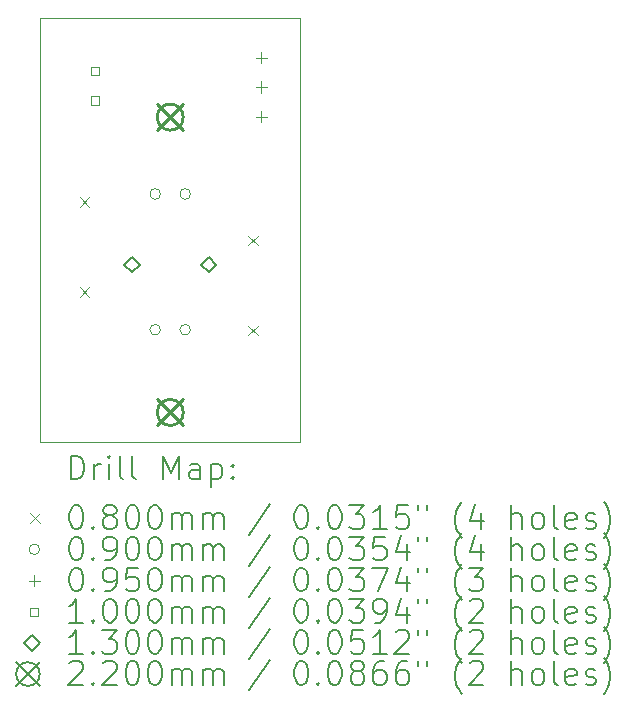
<source format=gbr>
%TF.GenerationSoftware,KiCad,Pcbnew,7.0.9*%
%TF.CreationDate,2024-03-22T21:38:28+01:00*%
%TF.ProjectId,KorrySmallPCB,4b6f7272-7953-46d6-916c-6c5043422e6b,rev?*%
%TF.SameCoordinates,Original*%
%TF.FileFunction,Drillmap*%
%TF.FilePolarity,Positive*%
%FSLAX45Y45*%
G04 Gerber Fmt 4.5, Leading zero omitted, Abs format (unit mm)*
G04 Created by KiCad (PCBNEW 7.0.9) date 2024-03-22 21:38:28*
%MOMM*%
%LPD*%
G01*
G04 APERTURE LIST*
%ADD10C,0.100000*%
%ADD11C,0.200000*%
%ADD12C,0.130000*%
%ADD13C,0.220000*%
G04 APERTURE END LIST*
D10*
X7965000Y-1257500D02*
X7965000Y-2350000D01*
X5765000Y-1257500D02*
X7965000Y-1257500D01*
X5765000Y-2350000D02*
X5765000Y-1257500D01*
X5765000Y-2850000D02*
X5765000Y-2350000D01*
X7965000Y-3950000D02*
X7965000Y-4350000D01*
X6515000Y-4850000D02*
X5765000Y-4850000D01*
X7215000Y-4850000D02*
X6515000Y-4850000D01*
X7965000Y-2350000D02*
X7965000Y-2750000D01*
X7965000Y-4350000D02*
X7965000Y-4850000D01*
X5765000Y-3850000D02*
X5765000Y-2850000D01*
X7965000Y-4850000D02*
X7215000Y-4850000D01*
X7965000Y-2750000D02*
X7965000Y-3950000D01*
X5765000Y-4850000D02*
X5765000Y-3850000D01*
D11*
D10*
X6100000Y-2779000D02*
X6180000Y-2859000D01*
X6180000Y-2779000D02*
X6100000Y-2859000D01*
X6100000Y-3541000D02*
X6180000Y-3621000D01*
X6180000Y-3541000D02*
X6100000Y-3621000D01*
X7525000Y-3104000D02*
X7605000Y-3184000D01*
X7605000Y-3104000D02*
X7525000Y-3184000D01*
X7525000Y-3866000D02*
X7605000Y-3946000D01*
X7605000Y-3866000D02*
X7525000Y-3946000D01*
X6782500Y-2750000D02*
G75*
G03*
X6782500Y-2750000I-45000J0D01*
G01*
X6782500Y-3900000D02*
G75*
G03*
X6782500Y-3900000I-45000J0D01*
G01*
X7036500Y-2750000D02*
G75*
G03*
X7036500Y-2750000I-45000J0D01*
G01*
X7036500Y-3900000D02*
G75*
G03*
X7036500Y-3900000I-45000J0D01*
G01*
X7635000Y-1547500D02*
X7635000Y-1642500D01*
X7587500Y-1595000D02*
X7682500Y-1595000D01*
X7635000Y-1797500D02*
X7635000Y-1892500D01*
X7587500Y-1845000D02*
X7682500Y-1845000D01*
X7635000Y-2047500D02*
X7635000Y-2142500D01*
X7587500Y-2095000D02*
X7682500Y-2095000D01*
X6262856Y-1745356D02*
X6262856Y-1674644D01*
X6192144Y-1674644D01*
X6192144Y-1745356D01*
X6262856Y-1745356D01*
X6262856Y-1995356D02*
X6262856Y-1924644D01*
X6192144Y-1924644D01*
X6192144Y-1995356D01*
X6262856Y-1995356D01*
D12*
X6540000Y-3415000D02*
X6605000Y-3350000D01*
X6540000Y-3285000D01*
X6475000Y-3350000D01*
X6540000Y-3415000D01*
X7190000Y-3415000D02*
X7255000Y-3350000D01*
X7190000Y-3285000D01*
X7125000Y-3350000D01*
X7190000Y-3415000D01*
D13*
X6755000Y-1990000D02*
X6975000Y-2210000D01*
X6975000Y-1990000D02*
X6755000Y-2210000D01*
X6975000Y-2100000D02*
G75*
G03*
X6975000Y-2100000I-110000J0D01*
G01*
X6755000Y-4490000D02*
X6975000Y-4710000D01*
X6975000Y-4490000D02*
X6755000Y-4710000D01*
X6975000Y-4600000D02*
G75*
G03*
X6975000Y-4600000I-110000J0D01*
G01*
D11*
X6020777Y-5166484D02*
X6020777Y-4966484D01*
X6020777Y-4966484D02*
X6068396Y-4966484D01*
X6068396Y-4966484D02*
X6096967Y-4976008D01*
X6096967Y-4976008D02*
X6116015Y-4995055D01*
X6116015Y-4995055D02*
X6125539Y-5014103D01*
X6125539Y-5014103D02*
X6135062Y-5052198D01*
X6135062Y-5052198D02*
X6135062Y-5080770D01*
X6135062Y-5080770D02*
X6125539Y-5118865D01*
X6125539Y-5118865D02*
X6116015Y-5137912D01*
X6116015Y-5137912D02*
X6096967Y-5156960D01*
X6096967Y-5156960D02*
X6068396Y-5166484D01*
X6068396Y-5166484D02*
X6020777Y-5166484D01*
X6220777Y-5166484D02*
X6220777Y-5033150D01*
X6220777Y-5071246D02*
X6230301Y-5052198D01*
X6230301Y-5052198D02*
X6239824Y-5042674D01*
X6239824Y-5042674D02*
X6258872Y-5033150D01*
X6258872Y-5033150D02*
X6277920Y-5033150D01*
X6344586Y-5166484D02*
X6344586Y-5033150D01*
X6344586Y-4966484D02*
X6335062Y-4976008D01*
X6335062Y-4976008D02*
X6344586Y-4985531D01*
X6344586Y-4985531D02*
X6354110Y-4976008D01*
X6354110Y-4976008D02*
X6344586Y-4966484D01*
X6344586Y-4966484D02*
X6344586Y-4985531D01*
X6468396Y-5166484D02*
X6449348Y-5156960D01*
X6449348Y-5156960D02*
X6439824Y-5137912D01*
X6439824Y-5137912D02*
X6439824Y-4966484D01*
X6573158Y-5166484D02*
X6554110Y-5156960D01*
X6554110Y-5156960D02*
X6544586Y-5137912D01*
X6544586Y-5137912D02*
X6544586Y-4966484D01*
X6801729Y-5166484D02*
X6801729Y-4966484D01*
X6801729Y-4966484D02*
X6868396Y-5109341D01*
X6868396Y-5109341D02*
X6935062Y-4966484D01*
X6935062Y-4966484D02*
X6935062Y-5166484D01*
X7116015Y-5166484D02*
X7116015Y-5061722D01*
X7116015Y-5061722D02*
X7106491Y-5042674D01*
X7106491Y-5042674D02*
X7087443Y-5033150D01*
X7087443Y-5033150D02*
X7049348Y-5033150D01*
X7049348Y-5033150D02*
X7030301Y-5042674D01*
X7116015Y-5156960D02*
X7096967Y-5166484D01*
X7096967Y-5166484D02*
X7049348Y-5166484D01*
X7049348Y-5166484D02*
X7030301Y-5156960D01*
X7030301Y-5156960D02*
X7020777Y-5137912D01*
X7020777Y-5137912D02*
X7020777Y-5118865D01*
X7020777Y-5118865D02*
X7030301Y-5099817D01*
X7030301Y-5099817D02*
X7049348Y-5090293D01*
X7049348Y-5090293D02*
X7096967Y-5090293D01*
X7096967Y-5090293D02*
X7116015Y-5080770D01*
X7211253Y-5033150D02*
X7211253Y-5233150D01*
X7211253Y-5042674D02*
X7230301Y-5033150D01*
X7230301Y-5033150D02*
X7268396Y-5033150D01*
X7268396Y-5033150D02*
X7287443Y-5042674D01*
X7287443Y-5042674D02*
X7296967Y-5052198D01*
X7296967Y-5052198D02*
X7306491Y-5071246D01*
X7306491Y-5071246D02*
X7306491Y-5128389D01*
X7306491Y-5128389D02*
X7296967Y-5147436D01*
X7296967Y-5147436D02*
X7287443Y-5156960D01*
X7287443Y-5156960D02*
X7268396Y-5166484D01*
X7268396Y-5166484D02*
X7230301Y-5166484D01*
X7230301Y-5166484D02*
X7211253Y-5156960D01*
X7392205Y-5147436D02*
X7401729Y-5156960D01*
X7401729Y-5156960D02*
X7392205Y-5166484D01*
X7392205Y-5166484D02*
X7382682Y-5156960D01*
X7382682Y-5156960D02*
X7392205Y-5147436D01*
X7392205Y-5147436D02*
X7392205Y-5166484D01*
X7392205Y-5042674D02*
X7401729Y-5052198D01*
X7401729Y-5052198D02*
X7392205Y-5061722D01*
X7392205Y-5061722D02*
X7382682Y-5052198D01*
X7382682Y-5052198D02*
X7392205Y-5042674D01*
X7392205Y-5042674D02*
X7392205Y-5061722D01*
D10*
X5680000Y-5455000D02*
X5760000Y-5535000D01*
X5760000Y-5455000D02*
X5680000Y-5535000D01*
D11*
X6058872Y-5386484D02*
X6077920Y-5386484D01*
X6077920Y-5386484D02*
X6096967Y-5396008D01*
X6096967Y-5396008D02*
X6106491Y-5405531D01*
X6106491Y-5405531D02*
X6116015Y-5424579D01*
X6116015Y-5424579D02*
X6125539Y-5462674D01*
X6125539Y-5462674D02*
X6125539Y-5510293D01*
X6125539Y-5510293D02*
X6116015Y-5548389D01*
X6116015Y-5548389D02*
X6106491Y-5567436D01*
X6106491Y-5567436D02*
X6096967Y-5576960D01*
X6096967Y-5576960D02*
X6077920Y-5586484D01*
X6077920Y-5586484D02*
X6058872Y-5586484D01*
X6058872Y-5586484D02*
X6039824Y-5576960D01*
X6039824Y-5576960D02*
X6030301Y-5567436D01*
X6030301Y-5567436D02*
X6020777Y-5548389D01*
X6020777Y-5548389D02*
X6011253Y-5510293D01*
X6011253Y-5510293D02*
X6011253Y-5462674D01*
X6011253Y-5462674D02*
X6020777Y-5424579D01*
X6020777Y-5424579D02*
X6030301Y-5405531D01*
X6030301Y-5405531D02*
X6039824Y-5396008D01*
X6039824Y-5396008D02*
X6058872Y-5386484D01*
X6211253Y-5567436D02*
X6220777Y-5576960D01*
X6220777Y-5576960D02*
X6211253Y-5586484D01*
X6211253Y-5586484D02*
X6201729Y-5576960D01*
X6201729Y-5576960D02*
X6211253Y-5567436D01*
X6211253Y-5567436D02*
X6211253Y-5586484D01*
X6335062Y-5472198D02*
X6316015Y-5462674D01*
X6316015Y-5462674D02*
X6306491Y-5453150D01*
X6306491Y-5453150D02*
X6296967Y-5434103D01*
X6296967Y-5434103D02*
X6296967Y-5424579D01*
X6296967Y-5424579D02*
X6306491Y-5405531D01*
X6306491Y-5405531D02*
X6316015Y-5396008D01*
X6316015Y-5396008D02*
X6335062Y-5386484D01*
X6335062Y-5386484D02*
X6373158Y-5386484D01*
X6373158Y-5386484D02*
X6392205Y-5396008D01*
X6392205Y-5396008D02*
X6401729Y-5405531D01*
X6401729Y-5405531D02*
X6411253Y-5424579D01*
X6411253Y-5424579D02*
X6411253Y-5434103D01*
X6411253Y-5434103D02*
X6401729Y-5453150D01*
X6401729Y-5453150D02*
X6392205Y-5462674D01*
X6392205Y-5462674D02*
X6373158Y-5472198D01*
X6373158Y-5472198D02*
X6335062Y-5472198D01*
X6335062Y-5472198D02*
X6316015Y-5481722D01*
X6316015Y-5481722D02*
X6306491Y-5491246D01*
X6306491Y-5491246D02*
X6296967Y-5510293D01*
X6296967Y-5510293D02*
X6296967Y-5548389D01*
X6296967Y-5548389D02*
X6306491Y-5567436D01*
X6306491Y-5567436D02*
X6316015Y-5576960D01*
X6316015Y-5576960D02*
X6335062Y-5586484D01*
X6335062Y-5586484D02*
X6373158Y-5586484D01*
X6373158Y-5586484D02*
X6392205Y-5576960D01*
X6392205Y-5576960D02*
X6401729Y-5567436D01*
X6401729Y-5567436D02*
X6411253Y-5548389D01*
X6411253Y-5548389D02*
X6411253Y-5510293D01*
X6411253Y-5510293D02*
X6401729Y-5491246D01*
X6401729Y-5491246D02*
X6392205Y-5481722D01*
X6392205Y-5481722D02*
X6373158Y-5472198D01*
X6535062Y-5386484D02*
X6554110Y-5386484D01*
X6554110Y-5386484D02*
X6573158Y-5396008D01*
X6573158Y-5396008D02*
X6582682Y-5405531D01*
X6582682Y-5405531D02*
X6592205Y-5424579D01*
X6592205Y-5424579D02*
X6601729Y-5462674D01*
X6601729Y-5462674D02*
X6601729Y-5510293D01*
X6601729Y-5510293D02*
X6592205Y-5548389D01*
X6592205Y-5548389D02*
X6582682Y-5567436D01*
X6582682Y-5567436D02*
X6573158Y-5576960D01*
X6573158Y-5576960D02*
X6554110Y-5586484D01*
X6554110Y-5586484D02*
X6535062Y-5586484D01*
X6535062Y-5586484D02*
X6516015Y-5576960D01*
X6516015Y-5576960D02*
X6506491Y-5567436D01*
X6506491Y-5567436D02*
X6496967Y-5548389D01*
X6496967Y-5548389D02*
X6487443Y-5510293D01*
X6487443Y-5510293D02*
X6487443Y-5462674D01*
X6487443Y-5462674D02*
X6496967Y-5424579D01*
X6496967Y-5424579D02*
X6506491Y-5405531D01*
X6506491Y-5405531D02*
X6516015Y-5396008D01*
X6516015Y-5396008D02*
X6535062Y-5386484D01*
X6725539Y-5386484D02*
X6744586Y-5386484D01*
X6744586Y-5386484D02*
X6763634Y-5396008D01*
X6763634Y-5396008D02*
X6773158Y-5405531D01*
X6773158Y-5405531D02*
X6782682Y-5424579D01*
X6782682Y-5424579D02*
X6792205Y-5462674D01*
X6792205Y-5462674D02*
X6792205Y-5510293D01*
X6792205Y-5510293D02*
X6782682Y-5548389D01*
X6782682Y-5548389D02*
X6773158Y-5567436D01*
X6773158Y-5567436D02*
X6763634Y-5576960D01*
X6763634Y-5576960D02*
X6744586Y-5586484D01*
X6744586Y-5586484D02*
X6725539Y-5586484D01*
X6725539Y-5586484D02*
X6706491Y-5576960D01*
X6706491Y-5576960D02*
X6696967Y-5567436D01*
X6696967Y-5567436D02*
X6687443Y-5548389D01*
X6687443Y-5548389D02*
X6677920Y-5510293D01*
X6677920Y-5510293D02*
X6677920Y-5462674D01*
X6677920Y-5462674D02*
X6687443Y-5424579D01*
X6687443Y-5424579D02*
X6696967Y-5405531D01*
X6696967Y-5405531D02*
X6706491Y-5396008D01*
X6706491Y-5396008D02*
X6725539Y-5386484D01*
X6877920Y-5586484D02*
X6877920Y-5453150D01*
X6877920Y-5472198D02*
X6887443Y-5462674D01*
X6887443Y-5462674D02*
X6906491Y-5453150D01*
X6906491Y-5453150D02*
X6935063Y-5453150D01*
X6935063Y-5453150D02*
X6954110Y-5462674D01*
X6954110Y-5462674D02*
X6963634Y-5481722D01*
X6963634Y-5481722D02*
X6963634Y-5586484D01*
X6963634Y-5481722D02*
X6973158Y-5462674D01*
X6973158Y-5462674D02*
X6992205Y-5453150D01*
X6992205Y-5453150D02*
X7020777Y-5453150D01*
X7020777Y-5453150D02*
X7039824Y-5462674D01*
X7039824Y-5462674D02*
X7049348Y-5481722D01*
X7049348Y-5481722D02*
X7049348Y-5586484D01*
X7144586Y-5586484D02*
X7144586Y-5453150D01*
X7144586Y-5472198D02*
X7154110Y-5462674D01*
X7154110Y-5462674D02*
X7173158Y-5453150D01*
X7173158Y-5453150D02*
X7201729Y-5453150D01*
X7201729Y-5453150D02*
X7220777Y-5462674D01*
X7220777Y-5462674D02*
X7230301Y-5481722D01*
X7230301Y-5481722D02*
X7230301Y-5586484D01*
X7230301Y-5481722D02*
X7239824Y-5462674D01*
X7239824Y-5462674D02*
X7258872Y-5453150D01*
X7258872Y-5453150D02*
X7287443Y-5453150D01*
X7287443Y-5453150D02*
X7306491Y-5462674D01*
X7306491Y-5462674D02*
X7316015Y-5481722D01*
X7316015Y-5481722D02*
X7316015Y-5586484D01*
X7706491Y-5376960D02*
X7535063Y-5634103D01*
X7963634Y-5386484D02*
X7982682Y-5386484D01*
X7982682Y-5386484D02*
X8001729Y-5396008D01*
X8001729Y-5396008D02*
X8011253Y-5405531D01*
X8011253Y-5405531D02*
X8020777Y-5424579D01*
X8020777Y-5424579D02*
X8030301Y-5462674D01*
X8030301Y-5462674D02*
X8030301Y-5510293D01*
X8030301Y-5510293D02*
X8020777Y-5548389D01*
X8020777Y-5548389D02*
X8011253Y-5567436D01*
X8011253Y-5567436D02*
X8001729Y-5576960D01*
X8001729Y-5576960D02*
X7982682Y-5586484D01*
X7982682Y-5586484D02*
X7963634Y-5586484D01*
X7963634Y-5586484D02*
X7944586Y-5576960D01*
X7944586Y-5576960D02*
X7935063Y-5567436D01*
X7935063Y-5567436D02*
X7925539Y-5548389D01*
X7925539Y-5548389D02*
X7916015Y-5510293D01*
X7916015Y-5510293D02*
X7916015Y-5462674D01*
X7916015Y-5462674D02*
X7925539Y-5424579D01*
X7925539Y-5424579D02*
X7935063Y-5405531D01*
X7935063Y-5405531D02*
X7944586Y-5396008D01*
X7944586Y-5396008D02*
X7963634Y-5386484D01*
X8116015Y-5567436D02*
X8125539Y-5576960D01*
X8125539Y-5576960D02*
X8116015Y-5586484D01*
X8116015Y-5586484D02*
X8106491Y-5576960D01*
X8106491Y-5576960D02*
X8116015Y-5567436D01*
X8116015Y-5567436D02*
X8116015Y-5586484D01*
X8249348Y-5386484D02*
X8268396Y-5386484D01*
X8268396Y-5386484D02*
X8287444Y-5396008D01*
X8287444Y-5396008D02*
X8296967Y-5405531D01*
X8296967Y-5405531D02*
X8306491Y-5424579D01*
X8306491Y-5424579D02*
X8316015Y-5462674D01*
X8316015Y-5462674D02*
X8316015Y-5510293D01*
X8316015Y-5510293D02*
X8306491Y-5548389D01*
X8306491Y-5548389D02*
X8296967Y-5567436D01*
X8296967Y-5567436D02*
X8287444Y-5576960D01*
X8287444Y-5576960D02*
X8268396Y-5586484D01*
X8268396Y-5586484D02*
X8249348Y-5586484D01*
X8249348Y-5586484D02*
X8230301Y-5576960D01*
X8230301Y-5576960D02*
X8220777Y-5567436D01*
X8220777Y-5567436D02*
X8211253Y-5548389D01*
X8211253Y-5548389D02*
X8201729Y-5510293D01*
X8201729Y-5510293D02*
X8201729Y-5462674D01*
X8201729Y-5462674D02*
X8211253Y-5424579D01*
X8211253Y-5424579D02*
X8220777Y-5405531D01*
X8220777Y-5405531D02*
X8230301Y-5396008D01*
X8230301Y-5396008D02*
X8249348Y-5386484D01*
X8382682Y-5386484D02*
X8506491Y-5386484D01*
X8506491Y-5386484D02*
X8439825Y-5462674D01*
X8439825Y-5462674D02*
X8468396Y-5462674D01*
X8468396Y-5462674D02*
X8487444Y-5472198D01*
X8487444Y-5472198D02*
X8496968Y-5481722D01*
X8496968Y-5481722D02*
X8506491Y-5500770D01*
X8506491Y-5500770D02*
X8506491Y-5548389D01*
X8506491Y-5548389D02*
X8496968Y-5567436D01*
X8496968Y-5567436D02*
X8487444Y-5576960D01*
X8487444Y-5576960D02*
X8468396Y-5586484D01*
X8468396Y-5586484D02*
X8411253Y-5586484D01*
X8411253Y-5586484D02*
X8392206Y-5576960D01*
X8392206Y-5576960D02*
X8382682Y-5567436D01*
X8696968Y-5586484D02*
X8582682Y-5586484D01*
X8639825Y-5586484D02*
X8639825Y-5386484D01*
X8639825Y-5386484D02*
X8620777Y-5415055D01*
X8620777Y-5415055D02*
X8601729Y-5434103D01*
X8601729Y-5434103D02*
X8582682Y-5443627D01*
X8877920Y-5386484D02*
X8782682Y-5386484D01*
X8782682Y-5386484D02*
X8773158Y-5481722D01*
X8773158Y-5481722D02*
X8782682Y-5472198D01*
X8782682Y-5472198D02*
X8801729Y-5462674D01*
X8801729Y-5462674D02*
X8849349Y-5462674D01*
X8849349Y-5462674D02*
X8868396Y-5472198D01*
X8868396Y-5472198D02*
X8877920Y-5481722D01*
X8877920Y-5481722D02*
X8887444Y-5500770D01*
X8887444Y-5500770D02*
X8887444Y-5548389D01*
X8887444Y-5548389D02*
X8877920Y-5567436D01*
X8877920Y-5567436D02*
X8868396Y-5576960D01*
X8868396Y-5576960D02*
X8849349Y-5586484D01*
X8849349Y-5586484D02*
X8801729Y-5586484D01*
X8801729Y-5586484D02*
X8782682Y-5576960D01*
X8782682Y-5576960D02*
X8773158Y-5567436D01*
X8963634Y-5386484D02*
X8963634Y-5424579D01*
X9039825Y-5386484D02*
X9039825Y-5424579D01*
X9335063Y-5662674D02*
X9325539Y-5653150D01*
X9325539Y-5653150D02*
X9306491Y-5624579D01*
X9306491Y-5624579D02*
X9296968Y-5605531D01*
X9296968Y-5605531D02*
X9287444Y-5576960D01*
X9287444Y-5576960D02*
X9277920Y-5529341D01*
X9277920Y-5529341D02*
X9277920Y-5491246D01*
X9277920Y-5491246D02*
X9287444Y-5443627D01*
X9287444Y-5443627D02*
X9296968Y-5415055D01*
X9296968Y-5415055D02*
X9306491Y-5396008D01*
X9306491Y-5396008D02*
X9325539Y-5367436D01*
X9325539Y-5367436D02*
X9335063Y-5357912D01*
X9496968Y-5453150D02*
X9496968Y-5586484D01*
X9449349Y-5376960D02*
X9401730Y-5519817D01*
X9401730Y-5519817D02*
X9525539Y-5519817D01*
X9754111Y-5586484D02*
X9754111Y-5386484D01*
X9839825Y-5586484D02*
X9839825Y-5481722D01*
X9839825Y-5481722D02*
X9830301Y-5462674D01*
X9830301Y-5462674D02*
X9811253Y-5453150D01*
X9811253Y-5453150D02*
X9782682Y-5453150D01*
X9782682Y-5453150D02*
X9763634Y-5462674D01*
X9763634Y-5462674D02*
X9754111Y-5472198D01*
X9963634Y-5586484D02*
X9944587Y-5576960D01*
X9944587Y-5576960D02*
X9935063Y-5567436D01*
X9935063Y-5567436D02*
X9925539Y-5548389D01*
X9925539Y-5548389D02*
X9925539Y-5491246D01*
X9925539Y-5491246D02*
X9935063Y-5472198D01*
X9935063Y-5472198D02*
X9944587Y-5462674D01*
X9944587Y-5462674D02*
X9963634Y-5453150D01*
X9963634Y-5453150D02*
X9992206Y-5453150D01*
X9992206Y-5453150D02*
X10011253Y-5462674D01*
X10011253Y-5462674D02*
X10020777Y-5472198D01*
X10020777Y-5472198D02*
X10030301Y-5491246D01*
X10030301Y-5491246D02*
X10030301Y-5548389D01*
X10030301Y-5548389D02*
X10020777Y-5567436D01*
X10020777Y-5567436D02*
X10011253Y-5576960D01*
X10011253Y-5576960D02*
X9992206Y-5586484D01*
X9992206Y-5586484D02*
X9963634Y-5586484D01*
X10144587Y-5586484D02*
X10125539Y-5576960D01*
X10125539Y-5576960D02*
X10116015Y-5557912D01*
X10116015Y-5557912D02*
X10116015Y-5386484D01*
X10296968Y-5576960D02*
X10277920Y-5586484D01*
X10277920Y-5586484D02*
X10239825Y-5586484D01*
X10239825Y-5586484D02*
X10220777Y-5576960D01*
X10220777Y-5576960D02*
X10211253Y-5557912D01*
X10211253Y-5557912D02*
X10211253Y-5481722D01*
X10211253Y-5481722D02*
X10220777Y-5462674D01*
X10220777Y-5462674D02*
X10239825Y-5453150D01*
X10239825Y-5453150D02*
X10277920Y-5453150D01*
X10277920Y-5453150D02*
X10296968Y-5462674D01*
X10296968Y-5462674D02*
X10306492Y-5481722D01*
X10306492Y-5481722D02*
X10306492Y-5500770D01*
X10306492Y-5500770D02*
X10211253Y-5519817D01*
X10382682Y-5576960D02*
X10401730Y-5586484D01*
X10401730Y-5586484D02*
X10439825Y-5586484D01*
X10439825Y-5586484D02*
X10458873Y-5576960D01*
X10458873Y-5576960D02*
X10468396Y-5557912D01*
X10468396Y-5557912D02*
X10468396Y-5548389D01*
X10468396Y-5548389D02*
X10458873Y-5529341D01*
X10458873Y-5529341D02*
X10439825Y-5519817D01*
X10439825Y-5519817D02*
X10411253Y-5519817D01*
X10411253Y-5519817D02*
X10392206Y-5510293D01*
X10392206Y-5510293D02*
X10382682Y-5491246D01*
X10382682Y-5491246D02*
X10382682Y-5481722D01*
X10382682Y-5481722D02*
X10392206Y-5462674D01*
X10392206Y-5462674D02*
X10411253Y-5453150D01*
X10411253Y-5453150D02*
X10439825Y-5453150D01*
X10439825Y-5453150D02*
X10458873Y-5462674D01*
X10535063Y-5662674D02*
X10544587Y-5653150D01*
X10544587Y-5653150D02*
X10563634Y-5624579D01*
X10563634Y-5624579D02*
X10573158Y-5605531D01*
X10573158Y-5605531D02*
X10582682Y-5576960D01*
X10582682Y-5576960D02*
X10592206Y-5529341D01*
X10592206Y-5529341D02*
X10592206Y-5491246D01*
X10592206Y-5491246D02*
X10582682Y-5443627D01*
X10582682Y-5443627D02*
X10573158Y-5415055D01*
X10573158Y-5415055D02*
X10563634Y-5396008D01*
X10563634Y-5396008D02*
X10544587Y-5367436D01*
X10544587Y-5367436D02*
X10535063Y-5357912D01*
D10*
X5760000Y-5759000D02*
G75*
G03*
X5760000Y-5759000I-45000J0D01*
G01*
D11*
X6058872Y-5650484D02*
X6077920Y-5650484D01*
X6077920Y-5650484D02*
X6096967Y-5660008D01*
X6096967Y-5660008D02*
X6106491Y-5669531D01*
X6106491Y-5669531D02*
X6116015Y-5688579D01*
X6116015Y-5688579D02*
X6125539Y-5726674D01*
X6125539Y-5726674D02*
X6125539Y-5774293D01*
X6125539Y-5774293D02*
X6116015Y-5812388D01*
X6116015Y-5812388D02*
X6106491Y-5831436D01*
X6106491Y-5831436D02*
X6096967Y-5840960D01*
X6096967Y-5840960D02*
X6077920Y-5850484D01*
X6077920Y-5850484D02*
X6058872Y-5850484D01*
X6058872Y-5850484D02*
X6039824Y-5840960D01*
X6039824Y-5840960D02*
X6030301Y-5831436D01*
X6030301Y-5831436D02*
X6020777Y-5812388D01*
X6020777Y-5812388D02*
X6011253Y-5774293D01*
X6011253Y-5774293D02*
X6011253Y-5726674D01*
X6011253Y-5726674D02*
X6020777Y-5688579D01*
X6020777Y-5688579D02*
X6030301Y-5669531D01*
X6030301Y-5669531D02*
X6039824Y-5660008D01*
X6039824Y-5660008D02*
X6058872Y-5650484D01*
X6211253Y-5831436D02*
X6220777Y-5840960D01*
X6220777Y-5840960D02*
X6211253Y-5850484D01*
X6211253Y-5850484D02*
X6201729Y-5840960D01*
X6201729Y-5840960D02*
X6211253Y-5831436D01*
X6211253Y-5831436D02*
X6211253Y-5850484D01*
X6316015Y-5850484D02*
X6354110Y-5850484D01*
X6354110Y-5850484D02*
X6373158Y-5840960D01*
X6373158Y-5840960D02*
X6382682Y-5831436D01*
X6382682Y-5831436D02*
X6401729Y-5802865D01*
X6401729Y-5802865D02*
X6411253Y-5764769D01*
X6411253Y-5764769D02*
X6411253Y-5688579D01*
X6411253Y-5688579D02*
X6401729Y-5669531D01*
X6401729Y-5669531D02*
X6392205Y-5660008D01*
X6392205Y-5660008D02*
X6373158Y-5650484D01*
X6373158Y-5650484D02*
X6335062Y-5650484D01*
X6335062Y-5650484D02*
X6316015Y-5660008D01*
X6316015Y-5660008D02*
X6306491Y-5669531D01*
X6306491Y-5669531D02*
X6296967Y-5688579D01*
X6296967Y-5688579D02*
X6296967Y-5736198D01*
X6296967Y-5736198D02*
X6306491Y-5755246D01*
X6306491Y-5755246D02*
X6316015Y-5764769D01*
X6316015Y-5764769D02*
X6335062Y-5774293D01*
X6335062Y-5774293D02*
X6373158Y-5774293D01*
X6373158Y-5774293D02*
X6392205Y-5764769D01*
X6392205Y-5764769D02*
X6401729Y-5755246D01*
X6401729Y-5755246D02*
X6411253Y-5736198D01*
X6535062Y-5650484D02*
X6554110Y-5650484D01*
X6554110Y-5650484D02*
X6573158Y-5660008D01*
X6573158Y-5660008D02*
X6582682Y-5669531D01*
X6582682Y-5669531D02*
X6592205Y-5688579D01*
X6592205Y-5688579D02*
X6601729Y-5726674D01*
X6601729Y-5726674D02*
X6601729Y-5774293D01*
X6601729Y-5774293D02*
X6592205Y-5812388D01*
X6592205Y-5812388D02*
X6582682Y-5831436D01*
X6582682Y-5831436D02*
X6573158Y-5840960D01*
X6573158Y-5840960D02*
X6554110Y-5850484D01*
X6554110Y-5850484D02*
X6535062Y-5850484D01*
X6535062Y-5850484D02*
X6516015Y-5840960D01*
X6516015Y-5840960D02*
X6506491Y-5831436D01*
X6506491Y-5831436D02*
X6496967Y-5812388D01*
X6496967Y-5812388D02*
X6487443Y-5774293D01*
X6487443Y-5774293D02*
X6487443Y-5726674D01*
X6487443Y-5726674D02*
X6496967Y-5688579D01*
X6496967Y-5688579D02*
X6506491Y-5669531D01*
X6506491Y-5669531D02*
X6516015Y-5660008D01*
X6516015Y-5660008D02*
X6535062Y-5650484D01*
X6725539Y-5650484D02*
X6744586Y-5650484D01*
X6744586Y-5650484D02*
X6763634Y-5660008D01*
X6763634Y-5660008D02*
X6773158Y-5669531D01*
X6773158Y-5669531D02*
X6782682Y-5688579D01*
X6782682Y-5688579D02*
X6792205Y-5726674D01*
X6792205Y-5726674D02*
X6792205Y-5774293D01*
X6792205Y-5774293D02*
X6782682Y-5812388D01*
X6782682Y-5812388D02*
X6773158Y-5831436D01*
X6773158Y-5831436D02*
X6763634Y-5840960D01*
X6763634Y-5840960D02*
X6744586Y-5850484D01*
X6744586Y-5850484D02*
X6725539Y-5850484D01*
X6725539Y-5850484D02*
X6706491Y-5840960D01*
X6706491Y-5840960D02*
X6696967Y-5831436D01*
X6696967Y-5831436D02*
X6687443Y-5812388D01*
X6687443Y-5812388D02*
X6677920Y-5774293D01*
X6677920Y-5774293D02*
X6677920Y-5726674D01*
X6677920Y-5726674D02*
X6687443Y-5688579D01*
X6687443Y-5688579D02*
X6696967Y-5669531D01*
X6696967Y-5669531D02*
X6706491Y-5660008D01*
X6706491Y-5660008D02*
X6725539Y-5650484D01*
X6877920Y-5850484D02*
X6877920Y-5717150D01*
X6877920Y-5736198D02*
X6887443Y-5726674D01*
X6887443Y-5726674D02*
X6906491Y-5717150D01*
X6906491Y-5717150D02*
X6935063Y-5717150D01*
X6935063Y-5717150D02*
X6954110Y-5726674D01*
X6954110Y-5726674D02*
X6963634Y-5745722D01*
X6963634Y-5745722D02*
X6963634Y-5850484D01*
X6963634Y-5745722D02*
X6973158Y-5726674D01*
X6973158Y-5726674D02*
X6992205Y-5717150D01*
X6992205Y-5717150D02*
X7020777Y-5717150D01*
X7020777Y-5717150D02*
X7039824Y-5726674D01*
X7039824Y-5726674D02*
X7049348Y-5745722D01*
X7049348Y-5745722D02*
X7049348Y-5850484D01*
X7144586Y-5850484D02*
X7144586Y-5717150D01*
X7144586Y-5736198D02*
X7154110Y-5726674D01*
X7154110Y-5726674D02*
X7173158Y-5717150D01*
X7173158Y-5717150D02*
X7201729Y-5717150D01*
X7201729Y-5717150D02*
X7220777Y-5726674D01*
X7220777Y-5726674D02*
X7230301Y-5745722D01*
X7230301Y-5745722D02*
X7230301Y-5850484D01*
X7230301Y-5745722D02*
X7239824Y-5726674D01*
X7239824Y-5726674D02*
X7258872Y-5717150D01*
X7258872Y-5717150D02*
X7287443Y-5717150D01*
X7287443Y-5717150D02*
X7306491Y-5726674D01*
X7306491Y-5726674D02*
X7316015Y-5745722D01*
X7316015Y-5745722D02*
X7316015Y-5850484D01*
X7706491Y-5640960D02*
X7535063Y-5898103D01*
X7963634Y-5650484D02*
X7982682Y-5650484D01*
X7982682Y-5650484D02*
X8001729Y-5660008D01*
X8001729Y-5660008D02*
X8011253Y-5669531D01*
X8011253Y-5669531D02*
X8020777Y-5688579D01*
X8020777Y-5688579D02*
X8030301Y-5726674D01*
X8030301Y-5726674D02*
X8030301Y-5774293D01*
X8030301Y-5774293D02*
X8020777Y-5812388D01*
X8020777Y-5812388D02*
X8011253Y-5831436D01*
X8011253Y-5831436D02*
X8001729Y-5840960D01*
X8001729Y-5840960D02*
X7982682Y-5850484D01*
X7982682Y-5850484D02*
X7963634Y-5850484D01*
X7963634Y-5850484D02*
X7944586Y-5840960D01*
X7944586Y-5840960D02*
X7935063Y-5831436D01*
X7935063Y-5831436D02*
X7925539Y-5812388D01*
X7925539Y-5812388D02*
X7916015Y-5774293D01*
X7916015Y-5774293D02*
X7916015Y-5726674D01*
X7916015Y-5726674D02*
X7925539Y-5688579D01*
X7925539Y-5688579D02*
X7935063Y-5669531D01*
X7935063Y-5669531D02*
X7944586Y-5660008D01*
X7944586Y-5660008D02*
X7963634Y-5650484D01*
X8116015Y-5831436D02*
X8125539Y-5840960D01*
X8125539Y-5840960D02*
X8116015Y-5850484D01*
X8116015Y-5850484D02*
X8106491Y-5840960D01*
X8106491Y-5840960D02*
X8116015Y-5831436D01*
X8116015Y-5831436D02*
X8116015Y-5850484D01*
X8249348Y-5650484D02*
X8268396Y-5650484D01*
X8268396Y-5650484D02*
X8287444Y-5660008D01*
X8287444Y-5660008D02*
X8296967Y-5669531D01*
X8296967Y-5669531D02*
X8306491Y-5688579D01*
X8306491Y-5688579D02*
X8316015Y-5726674D01*
X8316015Y-5726674D02*
X8316015Y-5774293D01*
X8316015Y-5774293D02*
X8306491Y-5812388D01*
X8306491Y-5812388D02*
X8296967Y-5831436D01*
X8296967Y-5831436D02*
X8287444Y-5840960D01*
X8287444Y-5840960D02*
X8268396Y-5850484D01*
X8268396Y-5850484D02*
X8249348Y-5850484D01*
X8249348Y-5850484D02*
X8230301Y-5840960D01*
X8230301Y-5840960D02*
X8220777Y-5831436D01*
X8220777Y-5831436D02*
X8211253Y-5812388D01*
X8211253Y-5812388D02*
X8201729Y-5774293D01*
X8201729Y-5774293D02*
X8201729Y-5726674D01*
X8201729Y-5726674D02*
X8211253Y-5688579D01*
X8211253Y-5688579D02*
X8220777Y-5669531D01*
X8220777Y-5669531D02*
X8230301Y-5660008D01*
X8230301Y-5660008D02*
X8249348Y-5650484D01*
X8382682Y-5650484D02*
X8506491Y-5650484D01*
X8506491Y-5650484D02*
X8439825Y-5726674D01*
X8439825Y-5726674D02*
X8468396Y-5726674D01*
X8468396Y-5726674D02*
X8487444Y-5736198D01*
X8487444Y-5736198D02*
X8496968Y-5745722D01*
X8496968Y-5745722D02*
X8506491Y-5764769D01*
X8506491Y-5764769D02*
X8506491Y-5812388D01*
X8506491Y-5812388D02*
X8496968Y-5831436D01*
X8496968Y-5831436D02*
X8487444Y-5840960D01*
X8487444Y-5840960D02*
X8468396Y-5850484D01*
X8468396Y-5850484D02*
X8411253Y-5850484D01*
X8411253Y-5850484D02*
X8392206Y-5840960D01*
X8392206Y-5840960D02*
X8382682Y-5831436D01*
X8687444Y-5650484D02*
X8592206Y-5650484D01*
X8592206Y-5650484D02*
X8582682Y-5745722D01*
X8582682Y-5745722D02*
X8592206Y-5736198D01*
X8592206Y-5736198D02*
X8611253Y-5726674D01*
X8611253Y-5726674D02*
X8658872Y-5726674D01*
X8658872Y-5726674D02*
X8677920Y-5736198D01*
X8677920Y-5736198D02*
X8687444Y-5745722D01*
X8687444Y-5745722D02*
X8696968Y-5764769D01*
X8696968Y-5764769D02*
X8696968Y-5812388D01*
X8696968Y-5812388D02*
X8687444Y-5831436D01*
X8687444Y-5831436D02*
X8677920Y-5840960D01*
X8677920Y-5840960D02*
X8658872Y-5850484D01*
X8658872Y-5850484D02*
X8611253Y-5850484D01*
X8611253Y-5850484D02*
X8592206Y-5840960D01*
X8592206Y-5840960D02*
X8582682Y-5831436D01*
X8868396Y-5717150D02*
X8868396Y-5850484D01*
X8820777Y-5640960D02*
X8773158Y-5783817D01*
X8773158Y-5783817D02*
X8896968Y-5783817D01*
X8963634Y-5650484D02*
X8963634Y-5688579D01*
X9039825Y-5650484D02*
X9039825Y-5688579D01*
X9335063Y-5926674D02*
X9325539Y-5917150D01*
X9325539Y-5917150D02*
X9306491Y-5888579D01*
X9306491Y-5888579D02*
X9296968Y-5869531D01*
X9296968Y-5869531D02*
X9287444Y-5840960D01*
X9287444Y-5840960D02*
X9277920Y-5793341D01*
X9277920Y-5793341D02*
X9277920Y-5755246D01*
X9277920Y-5755246D02*
X9287444Y-5707627D01*
X9287444Y-5707627D02*
X9296968Y-5679055D01*
X9296968Y-5679055D02*
X9306491Y-5660008D01*
X9306491Y-5660008D02*
X9325539Y-5631436D01*
X9325539Y-5631436D02*
X9335063Y-5621912D01*
X9496968Y-5717150D02*
X9496968Y-5850484D01*
X9449349Y-5640960D02*
X9401730Y-5783817D01*
X9401730Y-5783817D02*
X9525539Y-5783817D01*
X9754111Y-5850484D02*
X9754111Y-5650484D01*
X9839825Y-5850484D02*
X9839825Y-5745722D01*
X9839825Y-5745722D02*
X9830301Y-5726674D01*
X9830301Y-5726674D02*
X9811253Y-5717150D01*
X9811253Y-5717150D02*
X9782682Y-5717150D01*
X9782682Y-5717150D02*
X9763634Y-5726674D01*
X9763634Y-5726674D02*
X9754111Y-5736198D01*
X9963634Y-5850484D02*
X9944587Y-5840960D01*
X9944587Y-5840960D02*
X9935063Y-5831436D01*
X9935063Y-5831436D02*
X9925539Y-5812388D01*
X9925539Y-5812388D02*
X9925539Y-5755246D01*
X9925539Y-5755246D02*
X9935063Y-5736198D01*
X9935063Y-5736198D02*
X9944587Y-5726674D01*
X9944587Y-5726674D02*
X9963634Y-5717150D01*
X9963634Y-5717150D02*
X9992206Y-5717150D01*
X9992206Y-5717150D02*
X10011253Y-5726674D01*
X10011253Y-5726674D02*
X10020777Y-5736198D01*
X10020777Y-5736198D02*
X10030301Y-5755246D01*
X10030301Y-5755246D02*
X10030301Y-5812388D01*
X10030301Y-5812388D02*
X10020777Y-5831436D01*
X10020777Y-5831436D02*
X10011253Y-5840960D01*
X10011253Y-5840960D02*
X9992206Y-5850484D01*
X9992206Y-5850484D02*
X9963634Y-5850484D01*
X10144587Y-5850484D02*
X10125539Y-5840960D01*
X10125539Y-5840960D02*
X10116015Y-5821912D01*
X10116015Y-5821912D02*
X10116015Y-5650484D01*
X10296968Y-5840960D02*
X10277920Y-5850484D01*
X10277920Y-5850484D02*
X10239825Y-5850484D01*
X10239825Y-5850484D02*
X10220777Y-5840960D01*
X10220777Y-5840960D02*
X10211253Y-5821912D01*
X10211253Y-5821912D02*
X10211253Y-5745722D01*
X10211253Y-5745722D02*
X10220777Y-5726674D01*
X10220777Y-5726674D02*
X10239825Y-5717150D01*
X10239825Y-5717150D02*
X10277920Y-5717150D01*
X10277920Y-5717150D02*
X10296968Y-5726674D01*
X10296968Y-5726674D02*
X10306492Y-5745722D01*
X10306492Y-5745722D02*
X10306492Y-5764769D01*
X10306492Y-5764769D02*
X10211253Y-5783817D01*
X10382682Y-5840960D02*
X10401730Y-5850484D01*
X10401730Y-5850484D02*
X10439825Y-5850484D01*
X10439825Y-5850484D02*
X10458873Y-5840960D01*
X10458873Y-5840960D02*
X10468396Y-5821912D01*
X10468396Y-5821912D02*
X10468396Y-5812388D01*
X10468396Y-5812388D02*
X10458873Y-5793341D01*
X10458873Y-5793341D02*
X10439825Y-5783817D01*
X10439825Y-5783817D02*
X10411253Y-5783817D01*
X10411253Y-5783817D02*
X10392206Y-5774293D01*
X10392206Y-5774293D02*
X10382682Y-5755246D01*
X10382682Y-5755246D02*
X10382682Y-5745722D01*
X10382682Y-5745722D02*
X10392206Y-5726674D01*
X10392206Y-5726674D02*
X10411253Y-5717150D01*
X10411253Y-5717150D02*
X10439825Y-5717150D01*
X10439825Y-5717150D02*
X10458873Y-5726674D01*
X10535063Y-5926674D02*
X10544587Y-5917150D01*
X10544587Y-5917150D02*
X10563634Y-5888579D01*
X10563634Y-5888579D02*
X10573158Y-5869531D01*
X10573158Y-5869531D02*
X10582682Y-5840960D01*
X10582682Y-5840960D02*
X10592206Y-5793341D01*
X10592206Y-5793341D02*
X10592206Y-5755246D01*
X10592206Y-5755246D02*
X10582682Y-5707627D01*
X10582682Y-5707627D02*
X10573158Y-5679055D01*
X10573158Y-5679055D02*
X10563634Y-5660008D01*
X10563634Y-5660008D02*
X10544587Y-5631436D01*
X10544587Y-5631436D02*
X10535063Y-5621912D01*
D10*
X5712500Y-5975500D02*
X5712500Y-6070500D01*
X5665000Y-6023000D02*
X5760000Y-6023000D01*
D11*
X6058872Y-5914484D02*
X6077920Y-5914484D01*
X6077920Y-5914484D02*
X6096967Y-5924008D01*
X6096967Y-5924008D02*
X6106491Y-5933531D01*
X6106491Y-5933531D02*
X6116015Y-5952579D01*
X6116015Y-5952579D02*
X6125539Y-5990674D01*
X6125539Y-5990674D02*
X6125539Y-6038293D01*
X6125539Y-6038293D02*
X6116015Y-6076388D01*
X6116015Y-6076388D02*
X6106491Y-6095436D01*
X6106491Y-6095436D02*
X6096967Y-6104960D01*
X6096967Y-6104960D02*
X6077920Y-6114484D01*
X6077920Y-6114484D02*
X6058872Y-6114484D01*
X6058872Y-6114484D02*
X6039824Y-6104960D01*
X6039824Y-6104960D02*
X6030301Y-6095436D01*
X6030301Y-6095436D02*
X6020777Y-6076388D01*
X6020777Y-6076388D02*
X6011253Y-6038293D01*
X6011253Y-6038293D02*
X6011253Y-5990674D01*
X6011253Y-5990674D02*
X6020777Y-5952579D01*
X6020777Y-5952579D02*
X6030301Y-5933531D01*
X6030301Y-5933531D02*
X6039824Y-5924008D01*
X6039824Y-5924008D02*
X6058872Y-5914484D01*
X6211253Y-6095436D02*
X6220777Y-6104960D01*
X6220777Y-6104960D02*
X6211253Y-6114484D01*
X6211253Y-6114484D02*
X6201729Y-6104960D01*
X6201729Y-6104960D02*
X6211253Y-6095436D01*
X6211253Y-6095436D02*
X6211253Y-6114484D01*
X6316015Y-6114484D02*
X6354110Y-6114484D01*
X6354110Y-6114484D02*
X6373158Y-6104960D01*
X6373158Y-6104960D02*
X6382682Y-6095436D01*
X6382682Y-6095436D02*
X6401729Y-6066865D01*
X6401729Y-6066865D02*
X6411253Y-6028769D01*
X6411253Y-6028769D02*
X6411253Y-5952579D01*
X6411253Y-5952579D02*
X6401729Y-5933531D01*
X6401729Y-5933531D02*
X6392205Y-5924008D01*
X6392205Y-5924008D02*
X6373158Y-5914484D01*
X6373158Y-5914484D02*
X6335062Y-5914484D01*
X6335062Y-5914484D02*
X6316015Y-5924008D01*
X6316015Y-5924008D02*
X6306491Y-5933531D01*
X6306491Y-5933531D02*
X6296967Y-5952579D01*
X6296967Y-5952579D02*
X6296967Y-6000198D01*
X6296967Y-6000198D02*
X6306491Y-6019246D01*
X6306491Y-6019246D02*
X6316015Y-6028769D01*
X6316015Y-6028769D02*
X6335062Y-6038293D01*
X6335062Y-6038293D02*
X6373158Y-6038293D01*
X6373158Y-6038293D02*
X6392205Y-6028769D01*
X6392205Y-6028769D02*
X6401729Y-6019246D01*
X6401729Y-6019246D02*
X6411253Y-6000198D01*
X6592205Y-5914484D02*
X6496967Y-5914484D01*
X6496967Y-5914484D02*
X6487443Y-6009722D01*
X6487443Y-6009722D02*
X6496967Y-6000198D01*
X6496967Y-6000198D02*
X6516015Y-5990674D01*
X6516015Y-5990674D02*
X6563634Y-5990674D01*
X6563634Y-5990674D02*
X6582682Y-6000198D01*
X6582682Y-6000198D02*
X6592205Y-6009722D01*
X6592205Y-6009722D02*
X6601729Y-6028769D01*
X6601729Y-6028769D02*
X6601729Y-6076388D01*
X6601729Y-6076388D02*
X6592205Y-6095436D01*
X6592205Y-6095436D02*
X6582682Y-6104960D01*
X6582682Y-6104960D02*
X6563634Y-6114484D01*
X6563634Y-6114484D02*
X6516015Y-6114484D01*
X6516015Y-6114484D02*
X6496967Y-6104960D01*
X6496967Y-6104960D02*
X6487443Y-6095436D01*
X6725539Y-5914484D02*
X6744586Y-5914484D01*
X6744586Y-5914484D02*
X6763634Y-5924008D01*
X6763634Y-5924008D02*
X6773158Y-5933531D01*
X6773158Y-5933531D02*
X6782682Y-5952579D01*
X6782682Y-5952579D02*
X6792205Y-5990674D01*
X6792205Y-5990674D02*
X6792205Y-6038293D01*
X6792205Y-6038293D02*
X6782682Y-6076388D01*
X6782682Y-6076388D02*
X6773158Y-6095436D01*
X6773158Y-6095436D02*
X6763634Y-6104960D01*
X6763634Y-6104960D02*
X6744586Y-6114484D01*
X6744586Y-6114484D02*
X6725539Y-6114484D01*
X6725539Y-6114484D02*
X6706491Y-6104960D01*
X6706491Y-6104960D02*
X6696967Y-6095436D01*
X6696967Y-6095436D02*
X6687443Y-6076388D01*
X6687443Y-6076388D02*
X6677920Y-6038293D01*
X6677920Y-6038293D02*
X6677920Y-5990674D01*
X6677920Y-5990674D02*
X6687443Y-5952579D01*
X6687443Y-5952579D02*
X6696967Y-5933531D01*
X6696967Y-5933531D02*
X6706491Y-5924008D01*
X6706491Y-5924008D02*
X6725539Y-5914484D01*
X6877920Y-6114484D02*
X6877920Y-5981150D01*
X6877920Y-6000198D02*
X6887443Y-5990674D01*
X6887443Y-5990674D02*
X6906491Y-5981150D01*
X6906491Y-5981150D02*
X6935063Y-5981150D01*
X6935063Y-5981150D02*
X6954110Y-5990674D01*
X6954110Y-5990674D02*
X6963634Y-6009722D01*
X6963634Y-6009722D02*
X6963634Y-6114484D01*
X6963634Y-6009722D02*
X6973158Y-5990674D01*
X6973158Y-5990674D02*
X6992205Y-5981150D01*
X6992205Y-5981150D02*
X7020777Y-5981150D01*
X7020777Y-5981150D02*
X7039824Y-5990674D01*
X7039824Y-5990674D02*
X7049348Y-6009722D01*
X7049348Y-6009722D02*
X7049348Y-6114484D01*
X7144586Y-6114484D02*
X7144586Y-5981150D01*
X7144586Y-6000198D02*
X7154110Y-5990674D01*
X7154110Y-5990674D02*
X7173158Y-5981150D01*
X7173158Y-5981150D02*
X7201729Y-5981150D01*
X7201729Y-5981150D02*
X7220777Y-5990674D01*
X7220777Y-5990674D02*
X7230301Y-6009722D01*
X7230301Y-6009722D02*
X7230301Y-6114484D01*
X7230301Y-6009722D02*
X7239824Y-5990674D01*
X7239824Y-5990674D02*
X7258872Y-5981150D01*
X7258872Y-5981150D02*
X7287443Y-5981150D01*
X7287443Y-5981150D02*
X7306491Y-5990674D01*
X7306491Y-5990674D02*
X7316015Y-6009722D01*
X7316015Y-6009722D02*
X7316015Y-6114484D01*
X7706491Y-5904960D02*
X7535063Y-6162103D01*
X7963634Y-5914484D02*
X7982682Y-5914484D01*
X7982682Y-5914484D02*
X8001729Y-5924008D01*
X8001729Y-5924008D02*
X8011253Y-5933531D01*
X8011253Y-5933531D02*
X8020777Y-5952579D01*
X8020777Y-5952579D02*
X8030301Y-5990674D01*
X8030301Y-5990674D02*
X8030301Y-6038293D01*
X8030301Y-6038293D02*
X8020777Y-6076388D01*
X8020777Y-6076388D02*
X8011253Y-6095436D01*
X8011253Y-6095436D02*
X8001729Y-6104960D01*
X8001729Y-6104960D02*
X7982682Y-6114484D01*
X7982682Y-6114484D02*
X7963634Y-6114484D01*
X7963634Y-6114484D02*
X7944586Y-6104960D01*
X7944586Y-6104960D02*
X7935063Y-6095436D01*
X7935063Y-6095436D02*
X7925539Y-6076388D01*
X7925539Y-6076388D02*
X7916015Y-6038293D01*
X7916015Y-6038293D02*
X7916015Y-5990674D01*
X7916015Y-5990674D02*
X7925539Y-5952579D01*
X7925539Y-5952579D02*
X7935063Y-5933531D01*
X7935063Y-5933531D02*
X7944586Y-5924008D01*
X7944586Y-5924008D02*
X7963634Y-5914484D01*
X8116015Y-6095436D02*
X8125539Y-6104960D01*
X8125539Y-6104960D02*
X8116015Y-6114484D01*
X8116015Y-6114484D02*
X8106491Y-6104960D01*
X8106491Y-6104960D02*
X8116015Y-6095436D01*
X8116015Y-6095436D02*
X8116015Y-6114484D01*
X8249348Y-5914484D02*
X8268396Y-5914484D01*
X8268396Y-5914484D02*
X8287444Y-5924008D01*
X8287444Y-5924008D02*
X8296967Y-5933531D01*
X8296967Y-5933531D02*
X8306491Y-5952579D01*
X8306491Y-5952579D02*
X8316015Y-5990674D01*
X8316015Y-5990674D02*
X8316015Y-6038293D01*
X8316015Y-6038293D02*
X8306491Y-6076388D01*
X8306491Y-6076388D02*
X8296967Y-6095436D01*
X8296967Y-6095436D02*
X8287444Y-6104960D01*
X8287444Y-6104960D02*
X8268396Y-6114484D01*
X8268396Y-6114484D02*
X8249348Y-6114484D01*
X8249348Y-6114484D02*
X8230301Y-6104960D01*
X8230301Y-6104960D02*
X8220777Y-6095436D01*
X8220777Y-6095436D02*
X8211253Y-6076388D01*
X8211253Y-6076388D02*
X8201729Y-6038293D01*
X8201729Y-6038293D02*
X8201729Y-5990674D01*
X8201729Y-5990674D02*
X8211253Y-5952579D01*
X8211253Y-5952579D02*
X8220777Y-5933531D01*
X8220777Y-5933531D02*
X8230301Y-5924008D01*
X8230301Y-5924008D02*
X8249348Y-5914484D01*
X8382682Y-5914484D02*
X8506491Y-5914484D01*
X8506491Y-5914484D02*
X8439825Y-5990674D01*
X8439825Y-5990674D02*
X8468396Y-5990674D01*
X8468396Y-5990674D02*
X8487444Y-6000198D01*
X8487444Y-6000198D02*
X8496968Y-6009722D01*
X8496968Y-6009722D02*
X8506491Y-6028769D01*
X8506491Y-6028769D02*
X8506491Y-6076388D01*
X8506491Y-6076388D02*
X8496968Y-6095436D01*
X8496968Y-6095436D02*
X8487444Y-6104960D01*
X8487444Y-6104960D02*
X8468396Y-6114484D01*
X8468396Y-6114484D02*
X8411253Y-6114484D01*
X8411253Y-6114484D02*
X8392206Y-6104960D01*
X8392206Y-6104960D02*
X8382682Y-6095436D01*
X8573158Y-5914484D02*
X8706491Y-5914484D01*
X8706491Y-5914484D02*
X8620777Y-6114484D01*
X8868396Y-5981150D02*
X8868396Y-6114484D01*
X8820777Y-5904960D02*
X8773158Y-6047817D01*
X8773158Y-6047817D02*
X8896968Y-6047817D01*
X8963634Y-5914484D02*
X8963634Y-5952579D01*
X9039825Y-5914484D02*
X9039825Y-5952579D01*
X9335063Y-6190674D02*
X9325539Y-6181150D01*
X9325539Y-6181150D02*
X9306491Y-6152579D01*
X9306491Y-6152579D02*
X9296968Y-6133531D01*
X9296968Y-6133531D02*
X9287444Y-6104960D01*
X9287444Y-6104960D02*
X9277920Y-6057341D01*
X9277920Y-6057341D02*
X9277920Y-6019246D01*
X9277920Y-6019246D02*
X9287444Y-5971627D01*
X9287444Y-5971627D02*
X9296968Y-5943055D01*
X9296968Y-5943055D02*
X9306491Y-5924008D01*
X9306491Y-5924008D02*
X9325539Y-5895436D01*
X9325539Y-5895436D02*
X9335063Y-5885912D01*
X9392206Y-5914484D02*
X9516015Y-5914484D01*
X9516015Y-5914484D02*
X9449349Y-5990674D01*
X9449349Y-5990674D02*
X9477920Y-5990674D01*
X9477920Y-5990674D02*
X9496968Y-6000198D01*
X9496968Y-6000198D02*
X9506491Y-6009722D01*
X9506491Y-6009722D02*
X9516015Y-6028769D01*
X9516015Y-6028769D02*
X9516015Y-6076388D01*
X9516015Y-6076388D02*
X9506491Y-6095436D01*
X9506491Y-6095436D02*
X9496968Y-6104960D01*
X9496968Y-6104960D02*
X9477920Y-6114484D01*
X9477920Y-6114484D02*
X9420777Y-6114484D01*
X9420777Y-6114484D02*
X9401730Y-6104960D01*
X9401730Y-6104960D02*
X9392206Y-6095436D01*
X9754111Y-6114484D02*
X9754111Y-5914484D01*
X9839825Y-6114484D02*
X9839825Y-6009722D01*
X9839825Y-6009722D02*
X9830301Y-5990674D01*
X9830301Y-5990674D02*
X9811253Y-5981150D01*
X9811253Y-5981150D02*
X9782682Y-5981150D01*
X9782682Y-5981150D02*
X9763634Y-5990674D01*
X9763634Y-5990674D02*
X9754111Y-6000198D01*
X9963634Y-6114484D02*
X9944587Y-6104960D01*
X9944587Y-6104960D02*
X9935063Y-6095436D01*
X9935063Y-6095436D02*
X9925539Y-6076388D01*
X9925539Y-6076388D02*
X9925539Y-6019246D01*
X9925539Y-6019246D02*
X9935063Y-6000198D01*
X9935063Y-6000198D02*
X9944587Y-5990674D01*
X9944587Y-5990674D02*
X9963634Y-5981150D01*
X9963634Y-5981150D02*
X9992206Y-5981150D01*
X9992206Y-5981150D02*
X10011253Y-5990674D01*
X10011253Y-5990674D02*
X10020777Y-6000198D01*
X10020777Y-6000198D02*
X10030301Y-6019246D01*
X10030301Y-6019246D02*
X10030301Y-6076388D01*
X10030301Y-6076388D02*
X10020777Y-6095436D01*
X10020777Y-6095436D02*
X10011253Y-6104960D01*
X10011253Y-6104960D02*
X9992206Y-6114484D01*
X9992206Y-6114484D02*
X9963634Y-6114484D01*
X10144587Y-6114484D02*
X10125539Y-6104960D01*
X10125539Y-6104960D02*
X10116015Y-6085912D01*
X10116015Y-6085912D02*
X10116015Y-5914484D01*
X10296968Y-6104960D02*
X10277920Y-6114484D01*
X10277920Y-6114484D02*
X10239825Y-6114484D01*
X10239825Y-6114484D02*
X10220777Y-6104960D01*
X10220777Y-6104960D02*
X10211253Y-6085912D01*
X10211253Y-6085912D02*
X10211253Y-6009722D01*
X10211253Y-6009722D02*
X10220777Y-5990674D01*
X10220777Y-5990674D02*
X10239825Y-5981150D01*
X10239825Y-5981150D02*
X10277920Y-5981150D01*
X10277920Y-5981150D02*
X10296968Y-5990674D01*
X10296968Y-5990674D02*
X10306492Y-6009722D01*
X10306492Y-6009722D02*
X10306492Y-6028769D01*
X10306492Y-6028769D02*
X10211253Y-6047817D01*
X10382682Y-6104960D02*
X10401730Y-6114484D01*
X10401730Y-6114484D02*
X10439825Y-6114484D01*
X10439825Y-6114484D02*
X10458873Y-6104960D01*
X10458873Y-6104960D02*
X10468396Y-6085912D01*
X10468396Y-6085912D02*
X10468396Y-6076388D01*
X10468396Y-6076388D02*
X10458873Y-6057341D01*
X10458873Y-6057341D02*
X10439825Y-6047817D01*
X10439825Y-6047817D02*
X10411253Y-6047817D01*
X10411253Y-6047817D02*
X10392206Y-6038293D01*
X10392206Y-6038293D02*
X10382682Y-6019246D01*
X10382682Y-6019246D02*
X10382682Y-6009722D01*
X10382682Y-6009722D02*
X10392206Y-5990674D01*
X10392206Y-5990674D02*
X10411253Y-5981150D01*
X10411253Y-5981150D02*
X10439825Y-5981150D01*
X10439825Y-5981150D02*
X10458873Y-5990674D01*
X10535063Y-6190674D02*
X10544587Y-6181150D01*
X10544587Y-6181150D02*
X10563634Y-6152579D01*
X10563634Y-6152579D02*
X10573158Y-6133531D01*
X10573158Y-6133531D02*
X10582682Y-6104960D01*
X10582682Y-6104960D02*
X10592206Y-6057341D01*
X10592206Y-6057341D02*
X10592206Y-6019246D01*
X10592206Y-6019246D02*
X10582682Y-5971627D01*
X10582682Y-5971627D02*
X10573158Y-5943055D01*
X10573158Y-5943055D02*
X10563634Y-5924008D01*
X10563634Y-5924008D02*
X10544587Y-5895436D01*
X10544587Y-5895436D02*
X10535063Y-5885912D01*
D10*
X5745356Y-6322356D02*
X5745356Y-6251644D01*
X5674644Y-6251644D01*
X5674644Y-6322356D01*
X5745356Y-6322356D01*
D11*
X6125539Y-6378484D02*
X6011253Y-6378484D01*
X6068396Y-6378484D02*
X6068396Y-6178484D01*
X6068396Y-6178484D02*
X6049348Y-6207055D01*
X6049348Y-6207055D02*
X6030301Y-6226103D01*
X6030301Y-6226103D02*
X6011253Y-6235627D01*
X6211253Y-6359436D02*
X6220777Y-6368960D01*
X6220777Y-6368960D02*
X6211253Y-6378484D01*
X6211253Y-6378484D02*
X6201729Y-6368960D01*
X6201729Y-6368960D02*
X6211253Y-6359436D01*
X6211253Y-6359436D02*
X6211253Y-6378484D01*
X6344586Y-6178484D02*
X6363634Y-6178484D01*
X6363634Y-6178484D02*
X6382682Y-6188008D01*
X6382682Y-6188008D02*
X6392205Y-6197531D01*
X6392205Y-6197531D02*
X6401729Y-6216579D01*
X6401729Y-6216579D02*
X6411253Y-6254674D01*
X6411253Y-6254674D02*
X6411253Y-6302293D01*
X6411253Y-6302293D02*
X6401729Y-6340388D01*
X6401729Y-6340388D02*
X6392205Y-6359436D01*
X6392205Y-6359436D02*
X6382682Y-6368960D01*
X6382682Y-6368960D02*
X6363634Y-6378484D01*
X6363634Y-6378484D02*
X6344586Y-6378484D01*
X6344586Y-6378484D02*
X6325539Y-6368960D01*
X6325539Y-6368960D02*
X6316015Y-6359436D01*
X6316015Y-6359436D02*
X6306491Y-6340388D01*
X6306491Y-6340388D02*
X6296967Y-6302293D01*
X6296967Y-6302293D02*
X6296967Y-6254674D01*
X6296967Y-6254674D02*
X6306491Y-6216579D01*
X6306491Y-6216579D02*
X6316015Y-6197531D01*
X6316015Y-6197531D02*
X6325539Y-6188008D01*
X6325539Y-6188008D02*
X6344586Y-6178484D01*
X6535062Y-6178484D02*
X6554110Y-6178484D01*
X6554110Y-6178484D02*
X6573158Y-6188008D01*
X6573158Y-6188008D02*
X6582682Y-6197531D01*
X6582682Y-6197531D02*
X6592205Y-6216579D01*
X6592205Y-6216579D02*
X6601729Y-6254674D01*
X6601729Y-6254674D02*
X6601729Y-6302293D01*
X6601729Y-6302293D02*
X6592205Y-6340388D01*
X6592205Y-6340388D02*
X6582682Y-6359436D01*
X6582682Y-6359436D02*
X6573158Y-6368960D01*
X6573158Y-6368960D02*
X6554110Y-6378484D01*
X6554110Y-6378484D02*
X6535062Y-6378484D01*
X6535062Y-6378484D02*
X6516015Y-6368960D01*
X6516015Y-6368960D02*
X6506491Y-6359436D01*
X6506491Y-6359436D02*
X6496967Y-6340388D01*
X6496967Y-6340388D02*
X6487443Y-6302293D01*
X6487443Y-6302293D02*
X6487443Y-6254674D01*
X6487443Y-6254674D02*
X6496967Y-6216579D01*
X6496967Y-6216579D02*
X6506491Y-6197531D01*
X6506491Y-6197531D02*
X6516015Y-6188008D01*
X6516015Y-6188008D02*
X6535062Y-6178484D01*
X6725539Y-6178484D02*
X6744586Y-6178484D01*
X6744586Y-6178484D02*
X6763634Y-6188008D01*
X6763634Y-6188008D02*
X6773158Y-6197531D01*
X6773158Y-6197531D02*
X6782682Y-6216579D01*
X6782682Y-6216579D02*
X6792205Y-6254674D01*
X6792205Y-6254674D02*
X6792205Y-6302293D01*
X6792205Y-6302293D02*
X6782682Y-6340388D01*
X6782682Y-6340388D02*
X6773158Y-6359436D01*
X6773158Y-6359436D02*
X6763634Y-6368960D01*
X6763634Y-6368960D02*
X6744586Y-6378484D01*
X6744586Y-6378484D02*
X6725539Y-6378484D01*
X6725539Y-6378484D02*
X6706491Y-6368960D01*
X6706491Y-6368960D02*
X6696967Y-6359436D01*
X6696967Y-6359436D02*
X6687443Y-6340388D01*
X6687443Y-6340388D02*
X6677920Y-6302293D01*
X6677920Y-6302293D02*
X6677920Y-6254674D01*
X6677920Y-6254674D02*
X6687443Y-6216579D01*
X6687443Y-6216579D02*
X6696967Y-6197531D01*
X6696967Y-6197531D02*
X6706491Y-6188008D01*
X6706491Y-6188008D02*
X6725539Y-6178484D01*
X6877920Y-6378484D02*
X6877920Y-6245150D01*
X6877920Y-6264198D02*
X6887443Y-6254674D01*
X6887443Y-6254674D02*
X6906491Y-6245150D01*
X6906491Y-6245150D02*
X6935063Y-6245150D01*
X6935063Y-6245150D02*
X6954110Y-6254674D01*
X6954110Y-6254674D02*
X6963634Y-6273722D01*
X6963634Y-6273722D02*
X6963634Y-6378484D01*
X6963634Y-6273722D02*
X6973158Y-6254674D01*
X6973158Y-6254674D02*
X6992205Y-6245150D01*
X6992205Y-6245150D02*
X7020777Y-6245150D01*
X7020777Y-6245150D02*
X7039824Y-6254674D01*
X7039824Y-6254674D02*
X7049348Y-6273722D01*
X7049348Y-6273722D02*
X7049348Y-6378484D01*
X7144586Y-6378484D02*
X7144586Y-6245150D01*
X7144586Y-6264198D02*
X7154110Y-6254674D01*
X7154110Y-6254674D02*
X7173158Y-6245150D01*
X7173158Y-6245150D02*
X7201729Y-6245150D01*
X7201729Y-6245150D02*
X7220777Y-6254674D01*
X7220777Y-6254674D02*
X7230301Y-6273722D01*
X7230301Y-6273722D02*
X7230301Y-6378484D01*
X7230301Y-6273722D02*
X7239824Y-6254674D01*
X7239824Y-6254674D02*
X7258872Y-6245150D01*
X7258872Y-6245150D02*
X7287443Y-6245150D01*
X7287443Y-6245150D02*
X7306491Y-6254674D01*
X7306491Y-6254674D02*
X7316015Y-6273722D01*
X7316015Y-6273722D02*
X7316015Y-6378484D01*
X7706491Y-6168960D02*
X7535063Y-6426103D01*
X7963634Y-6178484D02*
X7982682Y-6178484D01*
X7982682Y-6178484D02*
X8001729Y-6188008D01*
X8001729Y-6188008D02*
X8011253Y-6197531D01*
X8011253Y-6197531D02*
X8020777Y-6216579D01*
X8020777Y-6216579D02*
X8030301Y-6254674D01*
X8030301Y-6254674D02*
X8030301Y-6302293D01*
X8030301Y-6302293D02*
X8020777Y-6340388D01*
X8020777Y-6340388D02*
X8011253Y-6359436D01*
X8011253Y-6359436D02*
X8001729Y-6368960D01*
X8001729Y-6368960D02*
X7982682Y-6378484D01*
X7982682Y-6378484D02*
X7963634Y-6378484D01*
X7963634Y-6378484D02*
X7944586Y-6368960D01*
X7944586Y-6368960D02*
X7935063Y-6359436D01*
X7935063Y-6359436D02*
X7925539Y-6340388D01*
X7925539Y-6340388D02*
X7916015Y-6302293D01*
X7916015Y-6302293D02*
X7916015Y-6254674D01*
X7916015Y-6254674D02*
X7925539Y-6216579D01*
X7925539Y-6216579D02*
X7935063Y-6197531D01*
X7935063Y-6197531D02*
X7944586Y-6188008D01*
X7944586Y-6188008D02*
X7963634Y-6178484D01*
X8116015Y-6359436D02*
X8125539Y-6368960D01*
X8125539Y-6368960D02*
X8116015Y-6378484D01*
X8116015Y-6378484D02*
X8106491Y-6368960D01*
X8106491Y-6368960D02*
X8116015Y-6359436D01*
X8116015Y-6359436D02*
X8116015Y-6378484D01*
X8249348Y-6178484D02*
X8268396Y-6178484D01*
X8268396Y-6178484D02*
X8287444Y-6188008D01*
X8287444Y-6188008D02*
X8296967Y-6197531D01*
X8296967Y-6197531D02*
X8306491Y-6216579D01*
X8306491Y-6216579D02*
X8316015Y-6254674D01*
X8316015Y-6254674D02*
X8316015Y-6302293D01*
X8316015Y-6302293D02*
X8306491Y-6340388D01*
X8306491Y-6340388D02*
X8296967Y-6359436D01*
X8296967Y-6359436D02*
X8287444Y-6368960D01*
X8287444Y-6368960D02*
X8268396Y-6378484D01*
X8268396Y-6378484D02*
X8249348Y-6378484D01*
X8249348Y-6378484D02*
X8230301Y-6368960D01*
X8230301Y-6368960D02*
X8220777Y-6359436D01*
X8220777Y-6359436D02*
X8211253Y-6340388D01*
X8211253Y-6340388D02*
X8201729Y-6302293D01*
X8201729Y-6302293D02*
X8201729Y-6254674D01*
X8201729Y-6254674D02*
X8211253Y-6216579D01*
X8211253Y-6216579D02*
X8220777Y-6197531D01*
X8220777Y-6197531D02*
X8230301Y-6188008D01*
X8230301Y-6188008D02*
X8249348Y-6178484D01*
X8382682Y-6178484D02*
X8506491Y-6178484D01*
X8506491Y-6178484D02*
X8439825Y-6254674D01*
X8439825Y-6254674D02*
X8468396Y-6254674D01*
X8468396Y-6254674D02*
X8487444Y-6264198D01*
X8487444Y-6264198D02*
X8496968Y-6273722D01*
X8496968Y-6273722D02*
X8506491Y-6292769D01*
X8506491Y-6292769D02*
X8506491Y-6340388D01*
X8506491Y-6340388D02*
X8496968Y-6359436D01*
X8496968Y-6359436D02*
X8487444Y-6368960D01*
X8487444Y-6368960D02*
X8468396Y-6378484D01*
X8468396Y-6378484D02*
X8411253Y-6378484D01*
X8411253Y-6378484D02*
X8392206Y-6368960D01*
X8392206Y-6368960D02*
X8382682Y-6359436D01*
X8601729Y-6378484D02*
X8639825Y-6378484D01*
X8639825Y-6378484D02*
X8658872Y-6368960D01*
X8658872Y-6368960D02*
X8668396Y-6359436D01*
X8668396Y-6359436D02*
X8687444Y-6330865D01*
X8687444Y-6330865D02*
X8696968Y-6292769D01*
X8696968Y-6292769D02*
X8696968Y-6216579D01*
X8696968Y-6216579D02*
X8687444Y-6197531D01*
X8687444Y-6197531D02*
X8677920Y-6188008D01*
X8677920Y-6188008D02*
X8658872Y-6178484D01*
X8658872Y-6178484D02*
X8620777Y-6178484D01*
X8620777Y-6178484D02*
X8601729Y-6188008D01*
X8601729Y-6188008D02*
X8592206Y-6197531D01*
X8592206Y-6197531D02*
X8582682Y-6216579D01*
X8582682Y-6216579D02*
X8582682Y-6264198D01*
X8582682Y-6264198D02*
X8592206Y-6283246D01*
X8592206Y-6283246D02*
X8601729Y-6292769D01*
X8601729Y-6292769D02*
X8620777Y-6302293D01*
X8620777Y-6302293D02*
X8658872Y-6302293D01*
X8658872Y-6302293D02*
X8677920Y-6292769D01*
X8677920Y-6292769D02*
X8687444Y-6283246D01*
X8687444Y-6283246D02*
X8696968Y-6264198D01*
X8868396Y-6245150D02*
X8868396Y-6378484D01*
X8820777Y-6168960D02*
X8773158Y-6311817D01*
X8773158Y-6311817D02*
X8896968Y-6311817D01*
X8963634Y-6178484D02*
X8963634Y-6216579D01*
X9039825Y-6178484D02*
X9039825Y-6216579D01*
X9335063Y-6454674D02*
X9325539Y-6445150D01*
X9325539Y-6445150D02*
X9306491Y-6416579D01*
X9306491Y-6416579D02*
X9296968Y-6397531D01*
X9296968Y-6397531D02*
X9287444Y-6368960D01*
X9287444Y-6368960D02*
X9277920Y-6321341D01*
X9277920Y-6321341D02*
X9277920Y-6283246D01*
X9277920Y-6283246D02*
X9287444Y-6235627D01*
X9287444Y-6235627D02*
X9296968Y-6207055D01*
X9296968Y-6207055D02*
X9306491Y-6188008D01*
X9306491Y-6188008D02*
X9325539Y-6159436D01*
X9325539Y-6159436D02*
X9335063Y-6149912D01*
X9401730Y-6197531D02*
X9411253Y-6188008D01*
X9411253Y-6188008D02*
X9430301Y-6178484D01*
X9430301Y-6178484D02*
X9477920Y-6178484D01*
X9477920Y-6178484D02*
X9496968Y-6188008D01*
X9496968Y-6188008D02*
X9506491Y-6197531D01*
X9506491Y-6197531D02*
X9516015Y-6216579D01*
X9516015Y-6216579D02*
X9516015Y-6235627D01*
X9516015Y-6235627D02*
X9506491Y-6264198D01*
X9506491Y-6264198D02*
X9392206Y-6378484D01*
X9392206Y-6378484D02*
X9516015Y-6378484D01*
X9754111Y-6378484D02*
X9754111Y-6178484D01*
X9839825Y-6378484D02*
X9839825Y-6273722D01*
X9839825Y-6273722D02*
X9830301Y-6254674D01*
X9830301Y-6254674D02*
X9811253Y-6245150D01*
X9811253Y-6245150D02*
X9782682Y-6245150D01*
X9782682Y-6245150D02*
X9763634Y-6254674D01*
X9763634Y-6254674D02*
X9754111Y-6264198D01*
X9963634Y-6378484D02*
X9944587Y-6368960D01*
X9944587Y-6368960D02*
X9935063Y-6359436D01*
X9935063Y-6359436D02*
X9925539Y-6340388D01*
X9925539Y-6340388D02*
X9925539Y-6283246D01*
X9925539Y-6283246D02*
X9935063Y-6264198D01*
X9935063Y-6264198D02*
X9944587Y-6254674D01*
X9944587Y-6254674D02*
X9963634Y-6245150D01*
X9963634Y-6245150D02*
X9992206Y-6245150D01*
X9992206Y-6245150D02*
X10011253Y-6254674D01*
X10011253Y-6254674D02*
X10020777Y-6264198D01*
X10020777Y-6264198D02*
X10030301Y-6283246D01*
X10030301Y-6283246D02*
X10030301Y-6340388D01*
X10030301Y-6340388D02*
X10020777Y-6359436D01*
X10020777Y-6359436D02*
X10011253Y-6368960D01*
X10011253Y-6368960D02*
X9992206Y-6378484D01*
X9992206Y-6378484D02*
X9963634Y-6378484D01*
X10144587Y-6378484D02*
X10125539Y-6368960D01*
X10125539Y-6368960D02*
X10116015Y-6349912D01*
X10116015Y-6349912D02*
X10116015Y-6178484D01*
X10296968Y-6368960D02*
X10277920Y-6378484D01*
X10277920Y-6378484D02*
X10239825Y-6378484D01*
X10239825Y-6378484D02*
X10220777Y-6368960D01*
X10220777Y-6368960D02*
X10211253Y-6349912D01*
X10211253Y-6349912D02*
X10211253Y-6273722D01*
X10211253Y-6273722D02*
X10220777Y-6254674D01*
X10220777Y-6254674D02*
X10239825Y-6245150D01*
X10239825Y-6245150D02*
X10277920Y-6245150D01*
X10277920Y-6245150D02*
X10296968Y-6254674D01*
X10296968Y-6254674D02*
X10306492Y-6273722D01*
X10306492Y-6273722D02*
X10306492Y-6292769D01*
X10306492Y-6292769D02*
X10211253Y-6311817D01*
X10382682Y-6368960D02*
X10401730Y-6378484D01*
X10401730Y-6378484D02*
X10439825Y-6378484D01*
X10439825Y-6378484D02*
X10458873Y-6368960D01*
X10458873Y-6368960D02*
X10468396Y-6349912D01*
X10468396Y-6349912D02*
X10468396Y-6340388D01*
X10468396Y-6340388D02*
X10458873Y-6321341D01*
X10458873Y-6321341D02*
X10439825Y-6311817D01*
X10439825Y-6311817D02*
X10411253Y-6311817D01*
X10411253Y-6311817D02*
X10392206Y-6302293D01*
X10392206Y-6302293D02*
X10382682Y-6283246D01*
X10382682Y-6283246D02*
X10382682Y-6273722D01*
X10382682Y-6273722D02*
X10392206Y-6254674D01*
X10392206Y-6254674D02*
X10411253Y-6245150D01*
X10411253Y-6245150D02*
X10439825Y-6245150D01*
X10439825Y-6245150D02*
X10458873Y-6254674D01*
X10535063Y-6454674D02*
X10544587Y-6445150D01*
X10544587Y-6445150D02*
X10563634Y-6416579D01*
X10563634Y-6416579D02*
X10573158Y-6397531D01*
X10573158Y-6397531D02*
X10582682Y-6368960D01*
X10582682Y-6368960D02*
X10592206Y-6321341D01*
X10592206Y-6321341D02*
X10592206Y-6283246D01*
X10592206Y-6283246D02*
X10582682Y-6235627D01*
X10582682Y-6235627D02*
X10573158Y-6207055D01*
X10573158Y-6207055D02*
X10563634Y-6188008D01*
X10563634Y-6188008D02*
X10544587Y-6159436D01*
X10544587Y-6159436D02*
X10535063Y-6149912D01*
D12*
X5695000Y-6616000D02*
X5760000Y-6551000D01*
X5695000Y-6486000D01*
X5630000Y-6551000D01*
X5695000Y-6616000D01*
D11*
X6125539Y-6642484D02*
X6011253Y-6642484D01*
X6068396Y-6642484D02*
X6068396Y-6442484D01*
X6068396Y-6442484D02*
X6049348Y-6471055D01*
X6049348Y-6471055D02*
X6030301Y-6490103D01*
X6030301Y-6490103D02*
X6011253Y-6499627D01*
X6211253Y-6623436D02*
X6220777Y-6632960D01*
X6220777Y-6632960D02*
X6211253Y-6642484D01*
X6211253Y-6642484D02*
X6201729Y-6632960D01*
X6201729Y-6632960D02*
X6211253Y-6623436D01*
X6211253Y-6623436D02*
X6211253Y-6642484D01*
X6287443Y-6442484D02*
X6411253Y-6442484D01*
X6411253Y-6442484D02*
X6344586Y-6518674D01*
X6344586Y-6518674D02*
X6373158Y-6518674D01*
X6373158Y-6518674D02*
X6392205Y-6528198D01*
X6392205Y-6528198D02*
X6401729Y-6537722D01*
X6401729Y-6537722D02*
X6411253Y-6556769D01*
X6411253Y-6556769D02*
X6411253Y-6604388D01*
X6411253Y-6604388D02*
X6401729Y-6623436D01*
X6401729Y-6623436D02*
X6392205Y-6632960D01*
X6392205Y-6632960D02*
X6373158Y-6642484D01*
X6373158Y-6642484D02*
X6316015Y-6642484D01*
X6316015Y-6642484D02*
X6296967Y-6632960D01*
X6296967Y-6632960D02*
X6287443Y-6623436D01*
X6535062Y-6442484D02*
X6554110Y-6442484D01*
X6554110Y-6442484D02*
X6573158Y-6452008D01*
X6573158Y-6452008D02*
X6582682Y-6461531D01*
X6582682Y-6461531D02*
X6592205Y-6480579D01*
X6592205Y-6480579D02*
X6601729Y-6518674D01*
X6601729Y-6518674D02*
X6601729Y-6566293D01*
X6601729Y-6566293D02*
X6592205Y-6604388D01*
X6592205Y-6604388D02*
X6582682Y-6623436D01*
X6582682Y-6623436D02*
X6573158Y-6632960D01*
X6573158Y-6632960D02*
X6554110Y-6642484D01*
X6554110Y-6642484D02*
X6535062Y-6642484D01*
X6535062Y-6642484D02*
X6516015Y-6632960D01*
X6516015Y-6632960D02*
X6506491Y-6623436D01*
X6506491Y-6623436D02*
X6496967Y-6604388D01*
X6496967Y-6604388D02*
X6487443Y-6566293D01*
X6487443Y-6566293D02*
X6487443Y-6518674D01*
X6487443Y-6518674D02*
X6496967Y-6480579D01*
X6496967Y-6480579D02*
X6506491Y-6461531D01*
X6506491Y-6461531D02*
X6516015Y-6452008D01*
X6516015Y-6452008D02*
X6535062Y-6442484D01*
X6725539Y-6442484D02*
X6744586Y-6442484D01*
X6744586Y-6442484D02*
X6763634Y-6452008D01*
X6763634Y-6452008D02*
X6773158Y-6461531D01*
X6773158Y-6461531D02*
X6782682Y-6480579D01*
X6782682Y-6480579D02*
X6792205Y-6518674D01*
X6792205Y-6518674D02*
X6792205Y-6566293D01*
X6792205Y-6566293D02*
X6782682Y-6604388D01*
X6782682Y-6604388D02*
X6773158Y-6623436D01*
X6773158Y-6623436D02*
X6763634Y-6632960D01*
X6763634Y-6632960D02*
X6744586Y-6642484D01*
X6744586Y-6642484D02*
X6725539Y-6642484D01*
X6725539Y-6642484D02*
X6706491Y-6632960D01*
X6706491Y-6632960D02*
X6696967Y-6623436D01*
X6696967Y-6623436D02*
X6687443Y-6604388D01*
X6687443Y-6604388D02*
X6677920Y-6566293D01*
X6677920Y-6566293D02*
X6677920Y-6518674D01*
X6677920Y-6518674D02*
X6687443Y-6480579D01*
X6687443Y-6480579D02*
X6696967Y-6461531D01*
X6696967Y-6461531D02*
X6706491Y-6452008D01*
X6706491Y-6452008D02*
X6725539Y-6442484D01*
X6877920Y-6642484D02*
X6877920Y-6509150D01*
X6877920Y-6528198D02*
X6887443Y-6518674D01*
X6887443Y-6518674D02*
X6906491Y-6509150D01*
X6906491Y-6509150D02*
X6935063Y-6509150D01*
X6935063Y-6509150D02*
X6954110Y-6518674D01*
X6954110Y-6518674D02*
X6963634Y-6537722D01*
X6963634Y-6537722D02*
X6963634Y-6642484D01*
X6963634Y-6537722D02*
X6973158Y-6518674D01*
X6973158Y-6518674D02*
X6992205Y-6509150D01*
X6992205Y-6509150D02*
X7020777Y-6509150D01*
X7020777Y-6509150D02*
X7039824Y-6518674D01*
X7039824Y-6518674D02*
X7049348Y-6537722D01*
X7049348Y-6537722D02*
X7049348Y-6642484D01*
X7144586Y-6642484D02*
X7144586Y-6509150D01*
X7144586Y-6528198D02*
X7154110Y-6518674D01*
X7154110Y-6518674D02*
X7173158Y-6509150D01*
X7173158Y-6509150D02*
X7201729Y-6509150D01*
X7201729Y-6509150D02*
X7220777Y-6518674D01*
X7220777Y-6518674D02*
X7230301Y-6537722D01*
X7230301Y-6537722D02*
X7230301Y-6642484D01*
X7230301Y-6537722D02*
X7239824Y-6518674D01*
X7239824Y-6518674D02*
X7258872Y-6509150D01*
X7258872Y-6509150D02*
X7287443Y-6509150D01*
X7287443Y-6509150D02*
X7306491Y-6518674D01*
X7306491Y-6518674D02*
X7316015Y-6537722D01*
X7316015Y-6537722D02*
X7316015Y-6642484D01*
X7706491Y-6432960D02*
X7535063Y-6690103D01*
X7963634Y-6442484D02*
X7982682Y-6442484D01*
X7982682Y-6442484D02*
X8001729Y-6452008D01*
X8001729Y-6452008D02*
X8011253Y-6461531D01*
X8011253Y-6461531D02*
X8020777Y-6480579D01*
X8020777Y-6480579D02*
X8030301Y-6518674D01*
X8030301Y-6518674D02*
X8030301Y-6566293D01*
X8030301Y-6566293D02*
X8020777Y-6604388D01*
X8020777Y-6604388D02*
X8011253Y-6623436D01*
X8011253Y-6623436D02*
X8001729Y-6632960D01*
X8001729Y-6632960D02*
X7982682Y-6642484D01*
X7982682Y-6642484D02*
X7963634Y-6642484D01*
X7963634Y-6642484D02*
X7944586Y-6632960D01*
X7944586Y-6632960D02*
X7935063Y-6623436D01*
X7935063Y-6623436D02*
X7925539Y-6604388D01*
X7925539Y-6604388D02*
X7916015Y-6566293D01*
X7916015Y-6566293D02*
X7916015Y-6518674D01*
X7916015Y-6518674D02*
X7925539Y-6480579D01*
X7925539Y-6480579D02*
X7935063Y-6461531D01*
X7935063Y-6461531D02*
X7944586Y-6452008D01*
X7944586Y-6452008D02*
X7963634Y-6442484D01*
X8116015Y-6623436D02*
X8125539Y-6632960D01*
X8125539Y-6632960D02*
X8116015Y-6642484D01*
X8116015Y-6642484D02*
X8106491Y-6632960D01*
X8106491Y-6632960D02*
X8116015Y-6623436D01*
X8116015Y-6623436D02*
X8116015Y-6642484D01*
X8249348Y-6442484D02*
X8268396Y-6442484D01*
X8268396Y-6442484D02*
X8287444Y-6452008D01*
X8287444Y-6452008D02*
X8296967Y-6461531D01*
X8296967Y-6461531D02*
X8306491Y-6480579D01*
X8306491Y-6480579D02*
X8316015Y-6518674D01*
X8316015Y-6518674D02*
X8316015Y-6566293D01*
X8316015Y-6566293D02*
X8306491Y-6604388D01*
X8306491Y-6604388D02*
X8296967Y-6623436D01*
X8296967Y-6623436D02*
X8287444Y-6632960D01*
X8287444Y-6632960D02*
X8268396Y-6642484D01*
X8268396Y-6642484D02*
X8249348Y-6642484D01*
X8249348Y-6642484D02*
X8230301Y-6632960D01*
X8230301Y-6632960D02*
X8220777Y-6623436D01*
X8220777Y-6623436D02*
X8211253Y-6604388D01*
X8211253Y-6604388D02*
X8201729Y-6566293D01*
X8201729Y-6566293D02*
X8201729Y-6518674D01*
X8201729Y-6518674D02*
X8211253Y-6480579D01*
X8211253Y-6480579D02*
X8220777Y-6461531D01*
X8220777Y-6461531D02*
X8230301Y-6452008D01*
X8230301Y-6452008D02*
X8249348Y-6442484D01*
X8496968Y-6442484D02*
X8401729Y-6442484D01*
X8401729Y-6442484D02*
X8392206Y-6537722D01*
X8392206Y-6537722D02*
X8401729Y-6528198D01*
X8401729Y-6528198D02*
X8420777Y-6518674D01*
X8420777Y-6518674D02*
X8468396Y-6518674D01*
X8468396Y-6518674D02*
X8487444Y-6528198D01*
X8487444Y-6528198D02*
X8496968Y-6537722D01*
X8496968Y-6537722D02*
X8506491Y-6556769D01*
X8506491Y-6556769D02*
X8506491Y-6604388D01*
X8506491Y-6604388D02*
X8496968Y-6623436D01*
X8496968Y-6623436D02*
X8487444Y-6632960D01*
X8487444Y-6632960D02*
X8468396Y-6642484D01*
X8468396Y-6642484D02*
X8420777Y-6642484D01*
X8420777Y-6642484D02*
X8401729Y-6632960D01*
X8401729Y-6632960D02*
X8392206Y-6623436D01*
X8696968Y-6642484D02*
X8582682Y-6642484D01*
X8639825Y-6642484D02*
X8639825Y-6442484D01*
X8639825Y-6442484D02*
X8620777Y-6471055D01*
X8620777Y-6471055D02*
X8601729Y-6490103D01*
X8601729Y-6490103D02*
X8582682Y-6499627D01*
X8773158Y-6461531D02*
X8782682Y-6452008D01*
X8782682Y-6452008D02*
X8801729Y-6442484D01*
X8801729Y-6442484D02*
X8849349Y-6442484D01*
X8849349Y-6442484D02*
X8868396Y-6452008D01*
X8868396Y-6452008D02*
X8877920Y-6461531D01*
X8877920Y-6461531D02*
X8887444Y-6480579D01*
X8887444Y-6480579D02*
X8887444Y-6499627D01*
X8887444Y-6499627D02*
X8877920Y-6528198D01*
X8877920Y-6528198D02*
X8763634Y-6642484D01*
X8763634Y-6642484D02*
X8887444Y-6642484D01*
X8963634Y-6442484D02*
X8963634Y-6480579D01*
X9039825Y-6442484D02*
X9039825Y-6480579D01*
X9335063Y-6718674D02*
X9325539Y-6709150D01*
X9325539Y-6709150D02*
X9306491Y-6680579D01*
X9306491Y-6680579D02*
X9296968Y-6661531D01*
X9296968Y-6661531D02*
X9287444Y-6632960D01*
X9287444Y-6632960D02*
X9277920Y-6585341D01*
X9277920Y-6585341D02*
X9277920Y-6547246D01*
X9277920Y-6547246D02*
X9287444Y-6499627D01*
X9287444Y-6499627D02*
X9296968Y-6471055D01*
X9296968Y-6471055D02*
X9306491Y-6452008D01*
X9306491Y-6452008D02*
X9325539Y-6423436D01*
X9325539Y-6423436D02*
X9335063Y-6413912D01*
X9401730Y-6461531D02*
X9411253Y-6452008D01*
X9411253Y-6452008D02*
X9430301Y-6442484D01*
X9430301Y-6442484D02*
X9477920Y-6442484D01*
X9477920Y-6442484D02*
X9496968Y-6452008D01*
X9496968Y-6452008D02*
X9506491Y-6461531D01*
X9506491Y-6461531D02*
X9516015Y-6480579D01*
X9516015Y-6480579D02*
X9516015Y-6499627D01*
X9516015Y-6499627D02*
X9506491Y-6528198D01*
X9506491Y-6528198D02*
X9392206Y-6642484D01*
X9392206Y-6642484D02*
X9516015Y-6642484D01*
X9754111Y-6642484D02*
X9754111Y-6442484D01*
X9839825Y-6642484D02*
X9839825Y-6537722D01*
X9839825Y-6537722D02*
X9830301Y-6518674D01*
X9830301Y-6518674D02*
X9811253Y-6509150D01*
X9811253Y-6509150D02*
X9782682Y-6509150D01*
X9782682Y-6509150D02*
X9763634Y-6518674D01*
X9763634Y-6518674D02*
X9754111Y-6528198D01*
X9963634Y-6642484D02*
X9944587Y-6632960D01*
X9944587Y-6632960D02*
X9935063Y-6623436D01*
X9935063Y-6623436D02*
X9925539Y-6604388D01*
X9925539Y-6604388D02*
X9925539Y-6547246D01*
X9925539Y-6547246D02*
X9935063Y-6528198D01*
X9935063Y-6528198D02*
X9944587Y-6518674D01*
X9944587Y-6518674D02*
X9963634Y-6509150D01*
X9963634Y-6509150D02*
X9992206Y-6509150D01*
X9992206Y-6509150D02*
X10011253Y-6518674D01*
X10011253Y-6518674D02*
X10020777Y-6528198D01*
X10020777Y-6528198D02*
X10030301Y-6547246D01*
X10030301Y-6547246D02*
X10030301Y-6604388D01*
X10030301Y-6604388D02*
X10020777Y-6623436D01*
X10020777Y-6623436D02*
X10011253Y-6632960D01*
X10011253Y-6632960D02*
X9992206Y-6642484D01*
X9992206Y-6642484D02*
X9963634Y-6642484D01*
X10144587Y-6642484D02*
X10125539Y-6632960D01*
X10125539Y-6632960D02*
X10116015Y-6613912D01*
X10116015Y-6613912D02*
X10116015Y-6442484D01*
X10296968Y-6632960D02*
X10277920Y-6642484D01*
X10277920Y-6642484D02*
X10239825Y-6642484D01*
X10239825Y-6642484D02*
X10220777Y-6632960D01*
X10220777Y-6632960D02*
X10211253Y-6613912D01*
X10211253Y-6613912D02*
X10211253Y-6537722D01*
X10211253Y-6537722D02*
X10220777Y-6518674D01*
X10220777Y-6518674D02*
X10239825Y-6509150D01*
X10239825Y-6509150D02*
X10277920Y-6509150D01*
X10277920Y-6509150D02*
X10296968Y-6518674D01*
X10296968Y-6518674D02*
X10306492Y-6537722D01*
X10306492Y-6537722D02*
X10306492Y-6556769D01*
X10306492Y-6556769D02*
X10211253Y-6575817D01*
X10382682Y-6632960D02*
X10401730Y-6642484D01*
X10401730Y-6642484D02*
X10439825Y-6642484D01*
X10439825Y-6642484D02*
X10458873Y-6632960D01*
X10458873Y-6632960D02*
X10468396Y-6613912D01*
X10468396Y-6613912D02*
X10468396Y-6604388D01*
X10468396Y-6604388D02*
X10458873Y-6585341D01*
X10458873Y-6585341D02*
X10439825Y-6575817D01*
X10439825Y-6575817D02*
X10411253Y-6575817D01*
X10411253Y-6575817D02*
X10392206Y-6566293D01*
X10392206Y-6566293D02*
X10382682Y-6547246D01*
X10382682Y-6547246D02*
X10382682Y-6537722D01*
X10382682Y-6537722D02*
X10392206Y-6518674D01*
X10392206Y-6518674D02*
X10411253Y-6509150D01*
X10411253Y-6509150D02*
X10439825Y-6509150D01*
X10439825Y-6509150D02*
X10458873Y-6518674D01*
X10535063Y-6718674D02*
X10544587Y-6709150D01*
X10544587Y-6709150D02*
X10563634Y-6680579D01*
X10563634Y-6680579D02*
X10573158Y-6661531D01*
X10573158Y-6661531D02*
X10582682Y-6632960D01*
X10582682Y-6632960D02*
X10592206Y-6585341D01*
X10592206Y-6585341D02*
X10592206Y-6547246D01*
X10592206Y-6547246D02*
X10582682Y-6499627D01*
X10582682Y-6499627D02*
X10573158Y-6471055D01*
X10573158Y-6471055D02*
X10563634Y-6452008D01*
X10563634Y-6452008D02*
X10544587Y-6423436D01*
X10544587Y-6423436D02*
X10535063Y-6413912D01*
X5560000Y-6715000D02*
X5760000Y-6915000D01*
X5760000Y-6715000D02*
X5560000Y-6915000D01*
X5760000Y-6815000D02*
G75*
G03*
X5760000Y-6815000I-100000J0D01*
G01*
X6011253Y-6725531D02*
X6020777Y-6716008D01*
X6020777Y-6716008D02*
X6039824Y-6706484D01*
X6039824Y-6706484D02*
X6087443Y-6706484D01*
X6087443Y-6706484D02*
X6106491Y-6716008D01*
X6106491Y-6716008D02*
X6116015Y-6725531D01*
X6116015Y-6725531D02*
X6125539Y-6744579D01*
X6125539Y-6744579D02*
X6125539Y-6763627D01*
X6125539Y-6763627D02*
X6116015Y-6792198D01*
X6116015Y-6792198D02*
X6001729Y-6906484D01*
X6001729Y-6906484D02*
X6125539Y-6906484D01*
X6211253Y-6887436D02*
X6220777Y-6896960D01*
X6220777Y-6896960D02*
X6211253Y-6906484D01*
X6211253Y-6906484D02*
X6201729Y-6896960D01*
X6201729Y-6896960D02*
X6211253Y-6887436D01*
X6211253Y-6887436D02*
X6211253Y-6906484D01*
X6296967Y-6725531D02*
X6306491Y-6716008D01*
X6306491Y-6716008D02*
X6325539Y-6706484D01*
X6325539Y-6706484D02*
X6373158Y-6706484D01*
X6373158Y-6706484D02*
X6392205Y-6716008D01*
X6392205Y-6716008D02*
X6401729Y-6725531D01*
X6401729Y-6725531D02*
X6411253Y-6744579D01*
X6411253Y-6744579D02*
X6411253Y-6763627D01*
X6411253Y-6763627D02*
X6401729Y-6792198D01*
X6401729Y-6792198D02*
X6287443Y-6906484D01*
X6287443Y-6906484D02*
X6411253Y-6906484D01*
X6535062Y-6706484D02*
X6554110Y-6706484D01*
X6554110Y-6706484D02*
X6573158Y-6716008D01*
X6573158Y-6716008D02*
X6582682Y-6725531D01*
X6582682Y-6725531D02*
X6592205Y-6744579D01*
X6592205Y-6744579D02*
X6601729Y-6782674D01*
X6601729Y-6782674D02*
X6601729Y-6830293D01*
X6601729Y-6830293D02*
X6592205Y-6868388D01*
X6592205Y-6868388D02*
X6582682Y-6887436D01*
X6582682Y-6887436D02*
X6573158Y-6896960D01*
X6573158Y-6896960D02*
X6554110Y-6906484D01*
X6554110Y-6906484D02*
X6535062Y-6906484D01*
X6535062Y-6906484D02*
X6516015Y-6896960D01*
X6516015Y-6896960D02*
X6506491Y-6887436D01*
X6506491Y-6887436D02*
X6496967Y-6868388D01*
X6496967Y-6868388D02*
X6487443Y-6830293D01*
X6487443Y-6830293D02*
X6487443Y-6782674D01*
X6487443Y-6782674D02*
X6496967Y-6744579D01*
X6496967Y-6744579D02*
X6506491Y-6725531D01*
X6506491Y-6725531D02*
X6516015Y-6716008D01*
X6516015Y-6716008D02*
X6535062Y-6706484D01*
X6725539Y-6706484D02*
X6744586Y-6706484D01*
X6744586Y-6706484D02*
X6763634Y-6716008D01*
X6763634Y-6716008D02*
X6773158Y-6725531D01*
X6773158Y-6725531D02*
X6782682Y-6744579D01*
X6782682Y-6744579D02*
X6792205Y-6782674D01*
X6792205Y-6782674D02*
X6792205Y-6830293D01*
X6792205Y-6830293D02*
X6782682Y-6868388D01*
X6782682Y-6868388D02*
X6773158Y-6887436D01*
X6773158Y-6887436D02*
X6763634Y-6896960D01*
X6763634Y-6896960D02*
X6744586Y-6906484D01*
X6744586Y-6906484D02*
X6725539Y-6906484D01*
X6725539Y-6906484D02*
X6706491Y-6896960D01*
X6706491Y-6896960D02*
X6696967Y-6887436D01*
X6696967Y-6887436D02*
X6687443Y-6868388D01*
X6687443Y-6868388D02*
X6677920Y-6830293D01*
X6677920Y-6830293D02*
X6677920Y-6782674D01*
X6677920Y-6782674D02*
X6687443Y-6744579D01*
X6687443Y-6744579D02*
X6696967Y-6725531D01*
X6696967Y-6725531D02*
X6706491Y-6716008D01*
X6706491Y-6716008D02*
X6725539Y-6706484D01*
X6877920Y-6906484D02*
X6877920Y-6773150D01*
X6877920Y-6792198D02*
X6887443Y-6782674D01*
X6887443Y-6782674D02*
X6906491Y-6773150D01*
X6906491Y-6773150D02*
X6935063Y-6773150D01*
X6935063Y-6773150D02*
X6954110Y-6782674D01*
X6954110Y-6782674D02*
X6963634Y-6801722D01*
X6963634Y-6801722D02*
X6963634Y-6906484D01*
X6963634Y-6801722D02*
X6973158Y-6782674D01*
X6973158Y-6782674D02*
X6992205Y-6773150D01*
X6992205Y-6773150D02*
X7020777Y-6773150D01*
X7020777Y-6773150D02*
X7039824Y-6782674D01*
X7039824Y-6782674D02*
X7049348Y-6801722D01*
X7049348Y-6801722D02*
X7049348Y-6906484D01*
X7144586Y-6906484D02*
X7144586Y-6773150D01*
X7144586Y-6792198D02*
X7154110Y-6782674D01*
X7154110Y-6782674D02*
X7173158Y-6773150D01*
X7173158Y-6773150D02*
X7201729Y-6773150D01*
X7201729Y-6773150D02*
X7220777Y-6782674D01*
X7220777Y-6782674D02*
X7230301Y-6801722D01*
X7230301Y-6801722D02*
X7230301Y-6906484D01*
X7230301Y-6801722D02*
X7239824Y-6782674D01*
X7239824Y-6782674D02*
X7258872Y-6773150D01*
X7258872Y-6773150D02*
X7287443Y-6773150D01*
X7287443Y-6773150D02*
X7306491Y-6782674D01*
X7306491Y-6782674D02*
X7316015Y-6801722D01*
X7316015Y-6801722D02*
X7316015Y-6906484D01*
X7706491Y-6696960D02*
X7535063Y-6954103D01*
X7963634Y-6706484D02*
X7982682Y-6706484D01*
X7982682Y-6706484D02*
X8001729Y-6716008D01*
X8001729Y-6716008D02*
X8011253Y-6725531D01*
X8011253Y-6725531D02*
X8020777Y-6744579D01*
X8020777Y-6744579D02*
X8030301Y-6782674D01*
X8030301Y-6782674D02*
X8030301Y-6830293D01*
X8030301Y-6830293D02*
X8020777Y-6868388D01*
X8020777Y-6868388D02*
X8011253Y-6887436D01*
X8011253Y-6887436D02*
X8001729Y-6896960D01*
X8001729Y-6896960D02*
X7982682Y-6906484D01*
X7982682Y-6906484D02*
X7963634Y-6906484D01*
X7963634Y-6906484D02*
X7944586Y-6896960D01*
X7944586Y-6896960D02*
X7935063Y-6887436D01*
X7935063Y-6887436D02*
X7925539Y-6868388D01*
X7925539Y-6868388D02*
X7916015Y-6830293D01*
X7916015Y-6830293D02*
X7916015Y-6782674D01*
X7916015Y-6782674D02*
X7925539Y-6744579D01*
X7925539Y-6744579D02*
X7935063Y-6725531D01*
X7935063Y-6725531D02*
X7944586Y-6716008D01*
X7944586Y-6716008D02*
X7963634Y-6706484D01*
X8116015Y-6887436D02*
X8125539Y-6896960D01*
X8125539Y-6896960D02*
X8116015Y-6906484D01*
X8116015Y-6906484D02*
X8106491Y-6896960D01*
X8106491Y-6896960D02*
X8116015Y-6887436D01*
X8116015Y-6887436D02*
X8116015Y-6906484D01*
X8249348Y-6706484D02*
X8268396Y-6706484D01*
X8268396Y-6706484D02*
X8287444Y-6716008D01*
X8287444Y-6716008D02*
X8296967Y-6725531D01*
X8296967Y-6725531D02*
X8306491Y-6744579D01*
X8306491Y-6744579D02*
X8316015Y-6782674D01*
X8316015Y-6782674D02*
X8316015Y-6830293D01*
X8316015Y-6830293D02*
X8306491Y-6868388D01*
X8306491Y-6868388D02*
X8296967Y-6887436D01*
X8296967Y-6887436D02*
X8287444Y-6896960D01*
X8287444Y-6896960D02*
X8268396Y-6906484D01*
X8268396Y-6906484D02*
X8249348Y-6906484D01*
X8249348Y-6906484D02*
X8230301Y-6896960D01*
X8230301Y-6896960D02*
X8220777Y-6887436D01*
X8220777Y-6887436D02*
X8211253Y-6868388D01*
X8211253Y-6868388D02*
X8201729Y-6830293D01*
X8201729Y-6830293D02*
X8201729Y-6782674D01*
X8201729Y-6782674D02*
X8211253Y-6744579D01*
X8211253Y-6744579D02*
X8220777Y-6725531D01*
X8220777Y-6725531D02*
X8230301Y-6716008D01*
X8230301Y-6716008D02*
X8249348Y-6706484D01*
X8430301Y-6792198D02*
X8411253Y-6782674D01*
X8411253Y-6782674D02*
X8401729Y-6773150D01*
X8401729Y-6773150D02*
X8392206Y-6754103D01*
X8392206Y-6754103D02*
X8392206Y-6744579D01*
X8392206Y-6744579D02*
X8401729Y-6725531D01*
X8401729Y-6725531D02*
X8411253Y-6716008D01*
X8411253Y-6716008D02*
X8430301Y-6706484D01*
X8430301Y-6706484D02*
X8468396Y-6706484D01*
X8468396Y-6706484D02*
X8487444Y-6716008D01*
X8487444Y-6716008D02*
X8496968Y-6725531D01*
X8496968Y-6725531D02*
X8506491Y-6744579D01*
X8506491Y-6744579D02*
X8506491Y-6754103D01*
X8506491Y-6754103D02*
X8496968Y-6773150D01*
X8496968Y-6773150D02*
X8487444Y-6782674D01*
X8487444Y-6782674D02*
X8468396Y-6792198D01*
X8468396Y-6792198D02*
X8430301Y-6792198D01*
X8430301Y-6792198D02*
X8411253Y-6801722D01*
X8411253Y-6801722D02*
X8401729Y-6811246D01*
X8401729Y-6811246D02*
X8392206Y-6830293D01*
X8392206Y-6830293D02*
X8392206Y-6868388D01*
X8392206Y-6868388D02*
X8401729Y-6887436D01*
X8401729Y-6887436D02*
X8411253Y-6896960D01*
X8411253Y-6896960D02*
X8430301Y-6906484D01*
X8430301Y-6906484D02*
X8468396Y-6906484D01*
X8468396Y-6906484D02*
X8487444Y-6896960D01*
X8487444Y-6896960D02*
X8496968Y-6887436D01*
X8496968Y-6887436D02*
X8506491Y-6868388D01*
X8506491Y-6868388D02*
X8506491Y-6830293D01*
X8506491Y-6830293D02*
X8496968Y-6811246D01*
X8496968Y-6811246D02*
X8487444Y-6801722D01*
X8487444Y-6801722D02*
X8468396Y-6792198D01*
X8677920Y-6706484D02*
X8639825Y-6706484D01*
X8639825Y-6706484D02*
X8620777Y-6716008D01*
X8620777Y-6716008D02*
X8611253Y-6725531D01*
X8611253Y-6725531D02*
X8592206Y-6754103D01*
X8592206Y-6754103D02*
X8582682Y-6792198D01*
X8582682Y-6792198D02*
X8582682Y-6868388D01*
X8582682Y-6868388D02*
X8592206Y-6887436D01*
X8592206Y-6887436D02*
X8601729Y-6896960D01*
X8601729Y-6896960D02*
X8620777Y-6906484D01*
X8620777Y-6906484D02*
X8658872Y-6906484D01*
X8658872Y-6906484D02*
X8677920Y-6896960D01*
X8677920Y-6896960D02*
X8687444Y-6887436D01*
X8687444Y-6887436D02*
X8696968Y-6868388D01*
X8696968Y-6868388D02*
X8696968Y-6820769D01*
X8696968Y-6820769D02*
X8687444Y-6801722D01*
X8687444Y-6801722D02*
X8677920Y-6792198D01*
X8677920Y-6792198D02*
X8658872Y-6782674D01*
X8658872Y-6782674D02*
X8620777Y-6782674D01*
X8620777Y-6782674D02*
X8601729Y-6792198D01*
X8601729Y-6792198D02*
X8592206Y-6801722D01*
X8592206Y-6801722D02*
X8582682Y-6820769D01*
X8868396Y-6706484D02*
X8830301Y-6706484D01*
X8830301Y-6706484D02*
X8811253Y-6716008D01*
X8811253Y-6716008D02*
X8801729Y-6725531D01*
X8801729Y-6725531D02*
X8782682Y-6754103D01*
X8782682Y-6754103D02*
X8773158Y-6792198D01*
X8773158Y-6792198D02*
X8773158Y-6868388D01*
X8773158Y-6868388D02*
X8782682Y-6887436D01*
X8782682Y-6887436D02*
X8792206Y-6896960D01*
X8792206Y-6896960D02*
X8811253Y-6906484D01*
X8811253Y-6906484D02*
X8849349Y-6906484D01*
X8849349Y-6906484D02*
X8868396Y-6896960D01*
X8868396Y-6896960D02*
X8877920Y-6887436D01*
X8877920Y-6887436D02*
X8887444Y-6868388D01*
X8887444Y-6868388D02*
X8887444Y-6820769D01*
X8887444Y-6820769D02*
X8877920Y-6801722D01*
X8877920Y-6801722D02*
X8868396Y-6792198D01*
X8868396Y-6792198D02*
X8849349Y-6782674D01*
X8849349Y-6782674D02*
X8811253Y-6782674D01*
X8811253Y-6782674D02*
X8792206Y-6792198D01*
X8792206Y-6792198D02*
X8782682Y-6801722D01*
X8782682Y-6801722D02*
X8773158Y-6820769D01*
X8963634Y-6706484D02*
X8963634Y-6744579D01*
X9039825Y-6706484D02*
X9039825Y-6744579D01*
X9335063Y-6982674D02*
X9325539Y-6973150D01*
X9325539Y-6973150D02*
X9306491Y-6944579D01*
X9306491Y-6944579D02*
X9296968Y-6925531D01*
X9296968Y-6925531D02*
X9287444Y-6896960D01*
X9287444Y-6896960D02*
X9277920Y-6849341D01*
X9277920Y-6849341D02*
X9277920Y-6811246D01*
X9277920Y-6811246D02*
X9287444Y-6763627D01*
X9287444Y-6763627D02*
X9296968Y-6735055D01*
X9296968Y-6735055D02*
X9306491Y-6716008D01*
X9306491Y-6716008D02*
X9325539Y-6687436D01*
X9325539Y-6687436D02*
X9335063Y-6677912D01*
X9401730Y-6725531D02*
X9411253Y-6716008D01*
X9411253Y-6716008D02*
X9430301Y-6706484D01*
X9430301Y-6706484D02*
X9477920Y-6706484D01*
X9477920Y-6706484D02*
X9496968Y-6716008D01*
X9496968Y-6716008D02*
X9506491Y-6725531D01*
X9506491Y-6725531D02*
X9516015Y-6744579D01*
X9516015Y-6744579D02*
X9516015Y-6763627D01*
X9516015Y-6763627D02*
X9506491Y-6792198D01*
X9506491Y-6792198D02*
X9392206Y-6906484D01*
X9392206Y-6906484D02*
X9516015Y-6906484D01*
X9754111Y-6906484D02*
X9754111Y-6706484D01*
X9839825Y-6906484D02*
X9839825Y-6801722D01*
X9839825Y-6801722D02*
X9830301Y-6782674D01*
X9830301Y-6782674D02*
X9811253Y-6773150D01*
X9811253Y-6773150D02*
X9782682Y-6773150D01*
X9782682Y-6773150D02*
X9763634Y-6782674D01*
X9763634Y-6782674D02*
X9754111Y-6792198D01*
X9963634Y-6906484D02*
X9944587Y-6896960D01*
X9944587Y-6896960D02*
X9935063Y-6887436D01*
X9935063Y-6887436D02*
X9925539Y-6868388D01*
X9925539Y-6868388D02*
X9925539Y-6811246D01*
X9925539Y-6811246D02*
X9935063Y-6792198D01*
X9935063Y-6792198D02*
X9944587Y-6782674D01*
X9944587Y-6782674D02*
X9963634Y-6773150D01*
X9963634Y-6773150D02*
X9992206Y-6773150D01*
X9992206Y-6773150D02*
X10011253Y-6782674D01*
X10011253Y-6782674D02*
X10020777Y-6792198D01*
X10020777Y-6792198D02*
X10030301Y-6811246D01*
X10030301Y-6811246D02*
X10030301Y-6868388D01*
X10030301Y-6868388D02*
X10020777Y-6887436D01*
X10020777Y-6887436D02*
X10011253Y-6896960D01*
X10011253Y-6896960D02*
X9992206Y-6906484D01*
X9992206Y-6906484D02*
X9963634Y-6906484D01*
X10144587Y-6906484D02*
X10125539Y-6896960D01*
X10125539Y-6896960D02*
X10116015Y-6877912D01*
X10116015Y-6877912D02*
X10116015Y-6706484D01*
X10296968Y-6896960D02*
X10277920Y-6906484D01*
X10277920Y-6906484D02*
X10239825Y-6906484D01*
X10239825Y-6906484D02*
X10220777Y-6896960D01*
X10220777Y-6896960D02*
X10211253Y-6877912D01*
X10211253Y-6877912D02*
X10211253Y-6801722D01*
X10211253Y-6801722D02*
X10220777Y-6782674D01*
X10220777Y-6782674D02*
X10239825Y-6773150D01*
X10239825Y-6773150D02*
X10277920Y-6773150D01*
X10277920Y-6773150D02*
X10296968Y-6782674D01*
X10296968Y-6782674D02*
X10306492Y-6801722D01*
X10306492Y-6801722D02*
X10306492Y-6820769D01*
X10306492Y-6820769D02*
X10211253Y-6839817D01*
X10382682Y-6896960D02*
X10401730Y-6906484D01*
X10401730Y-6906484D02*
X10439825Y-6906484D01*
X10439825Y-6906484D02*
X10458873Y-6896960D01*
X10458873Y-6896960D02*
X10468396Y-6877912D01*
X10468396Y-6877912D02*
X10468396Y-6868388D01*
X10468396Y-6868388D02*
X10458873Y-6849341D01*
X10458873Y-6849341D02*
X10439825Y-6839817D01*
X10439825Y-6839817D02*
X10411253Y-6839817D01*
X10411253Y-6839817D02*
X10392206Y-6830293D01*
X10392206Y-6830293D02*
X10382682Y-6811246D01*
X10382682Y-6811246D02*
X10382682Y-6801722D01*
X10382682Y-6801722D02*
X10392206Y-6782674D01*
X10392206Y-6782674D02*
X10411253Y-6773150D01*
X10411253Y-6773150D02*
X10439825Y-6773150D01*
X10439825Y-6773150D02*
X10458873Y-6782674D01*
X10535063Y-6982674D02*
X10544587Y-6973150D01*
X10544587Y-6973150D02*
X10563634Y-6944579D01*
X10563634Y-6944579D02*
X10573158Y-6925531D01*
X10573158Y-6925531D02*
X10582682Y-6896960D01*
X10582682Y-6896960D02*
X10592206Y-6849341D01*
X10592206Y-6849341D02*
X10592206Y-6811246D01*
X10592206Y-6811246D02*
X10582682Y-6763627D01*
X10582682Y-6763627D02*
X10573158Y-6735055D01*
X10573158Y-6735055D02*
X10563634Y-6716008D01*
X10563634Y-6716008D02*
X10544587Y-6687436D01*
X10544587Y-6687436D02*
X10535063Y-6677912D01*
M02*

</source>
